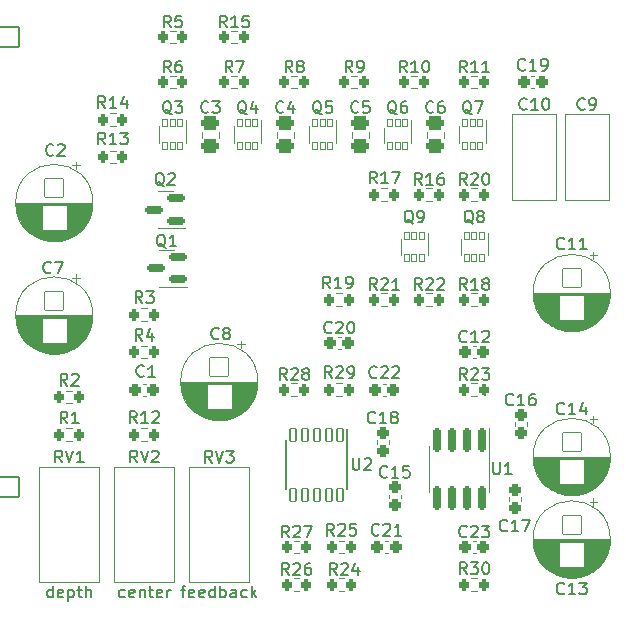
<source format=gbr>
%TF.GenerationSoftware,KiCad,Pcbnew,6.0.7-f9a2dced07~116~ubuntu22.04.1*%
%TF.CreationDate,2022-07-29T17:46:26-04:00*%
%TF.ProjectId,minimoog_LPF,6d696e69-6d6f-46f6-975f-4c50462e6b69,0.1*%
%TF.SameCoordinates,Original*%
%TF.FileFunction,Legend,Top*%
%TF.FilePolarity,Positive*%
%FSLAX46Y46*%
G04 Gerber Fmt 4.6, Leading zero omitted, Abs format (unit mm)*
G04 Created by KiCad (PCBNEW 6.0.7-f9a2dced07~116~ubuntu22.04.1) date 2022-07-29 17:46:26*
%MOMM*%
%LPD*%
G01*
G04 APERTURE LIST*
G04 Aperture macros list*
%AMRoundRect*
0 Rectangle with rounded corners*
0 $1 Rounding radius*
0 $2 $3 $4 $5 $6 $7 $8 $9 X,Y pos of 4 corners*
0 Add a 4 corners polygon primitive as box body*
4,1,4,$2,$3,$4,$5,$6,$7,$8,$9,$2,$3,0*
0 Add four circle primitives for the rounded corners*
1,1,$1+$1,$2,$3*
1,1,$1+$1,$4,$5*
1,1,$1+$1,$6,$7*
1,1,$1+$1,$8,$9*
0 Add four rect primitives between the rounded corners*
20,1,$1+$1,$2,$3,$4,$5,0*
20,1,$1+$1,$4,$5,$6,$7,0*
20,1,$1+$1,$6,$7,$8,$9,0*
20,1,$1+$1,$8,$9,$2,$3,0*%
G04 Aperture macros list end*
%ADD10C,0.150000*%
%ADD11C,0.120000*%
%ADD12RoundRect,0.051000X-0.800000X0.800000X-0.800000X-0.800000X0.800000X-0.800000X0.800000X0.800000X0*%
%ADD13C,1.702000*%
%ADD14RoundRect,0.276000X-0.250000X0.225000X-0.250000X-0.225000X0.250000X-0.225000X0.250000X0.225000X0*%
%ADD15RoundRect,0.276000X0.225000X0.250000X-0.225000X0.250000X-0.225000X-0.250000X0.225000X-0.250000X0*%
%ADD16RoundRect,0.251000X-0.200000X-0.275000X0.200000X-0.275000X0.200000X0.275000X-0.200000X0.275000X0*%
%ADD17RoundRect,0.051000X-0.200000X0.325000X-0.200000X-0.325000X0.200000X-0.325000X0.200000X0.325000X0*%
%ADD18RoundRect,0.251000X0.200000X0.275000X-0.200000X0.275000X-0.200000X-0.275000X0.200000X-0.275000X0*%
%ADD19RoundRect,0.201000X-0.150000X0.825000X-0.150000X-0.825000X0.150000X-0.825000X0.150000X0.825000X0*%
%ADD20C,1.542000*%
%ADD21RoundRect,0.276000X-0.225000X-0.250000X0.225000X-0.250000X0.225000X0.250000X-0.225000X0.250000X0*%
%ADD22RoundRect,0.301000X-0.475000X0.250000X-0.475000X-0.250000X0.475000X-0.250000X0.475000X0.250000X0*%
%ADD23RoundRect,0.201000X0.587500X0.150000X-0.587500X0.150000X-0.587500X-0.150000X0.587500X-0.150000X0*%
%ADD24RoundRect,0.301000X0.475000X-0.250000X0.475000X0.250000X-0.475000X0.250000X-0.475000X-0.250000X0*%
%ADD25RoundRect,0.051000X-0.255000X0.550000X-0.255000X-0.550000X0.255000X-0.550000X0.255000X0.550000X0*%
%ADD26RoundRect,0.051000X0.850000X0.850000X-0.850000X0.850000X-0.850000X-0.850000X0.850000X-0.850000X0*%
%ADD27O,1.802000X1.802000*%
%ADD28C,0.902000*%
G04 APERTURE END LIST*
D10*
X132318333Y-123594761D02*
X132223095Y-123642380D01*
X132032619Y-123642380D01*
X131937380Y-123594761D01*
X131889761Y-123547142D01*
X131842142Y-123451904D01*
X131842142Y-123166190D01*
X131889761Y-123070952D01*
X131937380Y-123023333D01*
X132032619Y-122975714D01*
X132223095Y-122975714D01*
X132318333Y-123023333D01*
X133127857Y-123594761D02*
X133032619Y-123642380D01*
X132842142Y-123642380D01*
X132746904Y-123594761D01*
X132699285Y-123499523D01*
X132699285Y-123118571D01*
X132746904Y-123023333D01*
X132842142Y-122975714D01*
X133032619Y-122975714D01*
X133127857Y-123023333D01*
X133175476Y-123118571D01*
X133175476Y-123213809D01*
X132699285Y-123309047D01*
X133604047Y-122975714D02*
X133604047Y-123642380D01*
X133604047Y-123070952D02*
X133651666Y-123023333D01*
X133746904Y-122975714D01*
X133889761Y-122975714D01*
X133985000Y-123023333D01*
X134032619Y-123118571D01*
X134032619Y-123642380D01*
X134365952Y-122975714D02*
X134746904Y-122975714D01*
X134508809Y-122642380D02*
X134508809Y-123499523D01*
X134556428Y-123594761D01*
X134651666Y-123642380D01*
X134746904Y-123642380D01*
X135461190Y-123594761D02*
X135365952Y-123642380D01*
X135175476Y-123642380D01*
X135080238Y-123594761D01*
X135032619Y-123499523D01*
X135032619Y-123118571D01*
X135080238Y-123023333D01*
X135175476Y-122975714D01*
X135365952Y-122975714D01*
X135461190Y-123023333D01*
X135508809Y-123118571D01*
X135508809Y-123213809D01*
X135032619Y-123309047D01*
X135937380Y-123642380D02*
X135937380Y-122975714D01*
X135937380Y-123166190D02*
X135985000Y-123070952D01*
X136032619Y-123023333D01*
X136127857Y-122975714D01*
X136223095Y-122975714D01*
X126230238Y-123642380D02*
X126230238Y-122642380D01*
X126230238Y-123594761D02*
X126135000Y-123642380D01*
X125944523Y-123642380D01*
X125849285Y-123594761D01*
X125801666Y-123547142D01*
X125754047Y-123451904D01*
X125754047Y-123166190D01*
X125801666Y-123070952D01*
X125849285Y-123023333D01*
X125944523Y-122975714D01*
X126135000Y-122975714D01*
X126230238Y-123023333D01*
X127087380Y-123594761D02*
X126992142Y-123642380D01*
X126801666Y-123642380D01*
X126706428Y-123594761D01*
X126658809Y-123499523D01*
X126658809Y-123118571D01*
X126706428Y-123023333D01*
X126801666Y-122975714D01*
X126992142Y-122975714D01*
X127087380Y-123023333D01*
X127135000Y-123118571D01*
X127135000Y-123213809D01*
X126658809Y-123309047D01*
X127563571Y-122975714D02*
X127563571Y-123975714D01*
X127563571Y-123023333D02*
X127658809Y-122975714D01*
X127849285Y-122975714D01*
X127944523Y-123023333D01*
X127992142Y-123070952D01*
X128039761Y-123166190D01*
X128039761Y-123451904D01*
X127992142Y-123547142D01*
X127944523Y-123594761D01*
X127849285Y-123642380D01*
X127658809Y-123642380D01*
X127563571Y-123594761D01*
X128325476Y-122975714D02*
X128706428Y-122975714D01*
X128468333Y-122642380D02*
X128468333Y-123499523D01*
X128515952Y-123594761D01*
X128611190Y-123642380D01*
X128706428Y-123642380D01*
X129039761Y-123642380D02*
X129039761Y-122642380D01*
X129468333Y-123642380D02*
X129468333Y-123118571D01*
X129420714Y-123023333D01*
X129325476Y-122975714D01*
X129182619Y-122975714D01*
X129087380Y-123023333D01*
X129039761Y-123070952D01*
X137096904Y-122975714D02*
X137477857Y-122975714D01*
X137239761Y-123642380D02*
X137239761Y-122785238D01*
X137287380Y-122690000D01*
X137382619Y-122642380D01*
X137477857Y-122642380D01*
X138192142Y-123594761D02*
X138096904Y-123642380D01*
X137906428Y-123642380D01*
X137811190Y-123594761D01*
X137763571Y-123499523D01*
X137763571Y-123118571D01*
X137811190Y-123023333D01*
X137906428Y-122975714D01*
X138096904Y-122975714D01*
X138192142Y-123023333D01*
X138239761Y-123118571D01*
X138239761Y-123213809D01*
X137763571Y-123309047D01*
X139049285Y-123594761D02*
X138954047Y-123642380D01*
X138763571Y-123642380D01*
X138668333Y-123594761D01*
X138620714Y-123499523D01*
X138620714Y-123118571D01*
X138668333Y-123023333D01*
X138763571Y-122975714D01*
X138954047Y-122975714D01*
X139049285Y-123023333D01*
X139096904Y-123118571D01*
X139096904Y-123213809D01*
X138620714Y-123309047D01*
X139954047Y-123642380D02*
X139954047Y-122642380D01*
X139954047Y-123594761D02*
X139858809Y-123642380D01*
X139668333Y-123642380D01*
X139573095Y-123594761D01*
X139525476Y-123547142D01*
X139477857Y-123451904D01*
X139477857Y-123166190D01*
X139525476Y-123070952D01*
X139573095Y-123023333D01*
X139668333Y-122975714D01*
X139858809Y-122975714D01*
X139954047Y-123023333D01*
X140430238Y-123642380D02*
X140430238Y-122642380D01*
X140430238Y-123023333D02*
X140525476Y-122975714D01*
X140715952Y-122975714D01*
X140811190Y-123023333D01*
X140858809Y-123070952D01*
X140906428Y-123166190D01*
X140906428Y-123451904D01*
X140858809Y-123547142D01*
X140811190Y-123594761D01*
X140715952Y-123642380D01*
X140525476Y-123642380D01*
X140430238Y-123594761D01*
X141763571Y-123642380D02*
X141763571Y-123118571D01*
X141715952Y-123023333D01*
X141620714Y-122975714D01*
X141430238Y-122975714D01*
X141335000Y-123023333D01*
X141763571Y-123594761D02*
X141668333Y-123642380D01*
X141430238Y-123642380D01*
X141335000Y-123594761D01*
X141287380Y-123499523D01*
X141287380Y-123404285D01*
X141335000Y-123309047D01*
X141430238Y-123261428D01*
X141668333Y-123261428D01*
X141763571Y-123213809D01*
X142668333Y-123594761D02*
X142573095Y-123642380D01*
X142382619Y-123642380D01*
X142287380Y-123594761D01*
X142239761Y-123547142D01*
X142192142Y-123451904D01*
X142192142Y-123166190D01*
X142239761Y-123070952D01*
X142287380Y-123023333D01*
X142382619Y-122975714D01*
X142573095Y-122975714D01*
X142668333Y-123023333D01*
X143096904Y-123642380D02*
X143096904Y-122642380D01*
X143192142Y-123261428D02*
X143477857Y-123642380D01*
X143477857Y-122975714D02*
X143096904Y-123356666D01*
%TO.C,C8*%
X140295333Y-101703142D02*
X140247714Y-101750761D01*
X140104857Y-101798380D01*
X140009619Y-101798380D01*
X139866761Y-101750761D01*
X139771523Y-101655523D01*
X139723904Y-101560285D01*
X139676285Y-101369809D01*
X139676285Y-101226952D01*
X139723904Y-101036476D01*
X139771523Y-100941238D01*
X139866761Y-100846000D01*
X140009619Y-100798380D01*
X140104857Y-100798380D01*
X140247714Y-100846000D01*
X140295333Y-100893619D01*
X140866761Y-101226952D02*
X140771523Y-101179333D01*
X140723904Y-101131714D01*
X140676285Y-101036476D01*
X140676285Y-100988857D01*
X140723904Y-100893619D01*
X140771523Y-100846000D01*
X140866761Y-100798380D01*
X141057238Y-100798380D01*
X141152476Y-100846000D01*
X141200095Y-100893619D01*
X141247714Y-100988857D01*
X141247714Y-101036476D01*
X141200095Y-101131714D01*
X141152476Y-101179333D01*
X141057238Y-101226952D01*
X140866761Y-101226952D01*
X140771523Y-101274571D01*
X140723904Y-101322190D01*
X140676285Y-101417428D01*
X140676285Y-101607904D01*
X140723904Y-101703142D01*
X140771523Y-101750761D01*
X140866761Y-101798380D01*
X141057238Y-101798380D01*
X141152476Y-101750761D01*
X141200095Y-101703142D01*
X141247714Y-101607904D01*
X141247714Y-101417428D01*
X141200095Y-101322190D01*
X141152476Y-101274571D01*
X141057238Y-101226952D01*
%TO.C,C16*%
X165219142Y-107291142D02*
X165171523Y-107338761D01*
X165028666Y-107386380D01*
X164933428Y-107386380D01*
X164790571Y-107338761D01*
X164695333Y-107243523D01*
X164647714Y-107148285D01*
X164600095Y-106957809D01*
X164600095Y-106814952D01*
X164647714Y-106624476D01*
X164695333Y-106529238D01*
X164790571Y-106434000D01*
X164933428Y-106386380D01*
X165028666Y-106386380D01*
X165171523Y-106434000D01*
X165219142Y-106481619D01*
X166171523Y-107386380D02*
X165600095Y-107386380D01*
X165885809Y-107386380D02*
X165885809Y-106386380D01*
X165790571Y-106529238D01*
X165695333Y-106624476D01*
X165600095Y-106672095D01*
X167028666Y-106386380D02*
X166838190Y-106386380D01*
X166742952Y-106434000D01*
X166695333Y-106481619D01*
X166600095Y-106624476D01*
X166552476Y-106814952D01*
X166552476Y-107195904D01*
X166600095Y-107291142D01*
X166647714Y-107338761D01*
X166742952Y-107386380D01*
X166933428Y-107386380D01*
X167028666Y-107338761D01*
X167076285Y-107291142D01*
X167123904Y-107195904D01*
X167123904Y-106957809D01*
X167076285Y-106862571D01*
X167028666Y-106814952D01*
X166933428Y-106767333D01*
X166742952Y-106767333D01*
X166647714Y-106814952D01*
X166600095Y-106862571D01*
X166552476Y-106957809D01*
%TO.C,C23*%
X161282142Y-118467142D02*
X161234523Y-118514761D01*
X161091666Y-118562380D01*
X160996428Y-118562380D01*
X160853571Y-118514761D01*
X160758333Y-118419523D01*
X160710714Y-118324285D01*
X160663095Y-118133809D01*
X160663095Y-117990952D01*
X160710714Y-117800476D01*
X160758333Y-117705238D01*
X160853571Y-117610000D01*
X160996428Y-117562380D01*
X161091666Y-117562380D01*
X161234523Y-117610000D01*
X161282142Y-117657619D01*
X161663095Y-117657619D02*
X161710714Y-117610000D01*
X161805952Y-117562380D01*
X162044047Y-117562380D01*
X162139285Y-117610000D01*
X162186904Y-117657619D01*
X162234523Y-117752857D01*
X162234523Y-117848095D01*
X162186904Y-117990952D01*
X161615476Y-118562380D01*
X162234523Y-118562380D01*
X162567857Y-117562380D02*
X163186904Y-117562380D01*
X162853571Y-117943333D01*
X162996428Y-117943333D01*
X163091666Y-117990952D01*
X163139285Y-118038571D01*
X163186904Y-118133809D01*
X163186904Y-118371904D01*
X163139285Y-118467142D01*
X163091666Y-118514761D01*
X162996428Y-118562380D01*
X162710714Y-118562380D01*
X162615476Y-118514761D01*
X162567857Y-118467142D01*
%TO.C,R2*%
X127468333Y-105702380D02*
X127135000Y-105226190D01*
X126896904Y-105702380D02*
X126896904Y-104702380D01*
X127277857Y-104702380D01*
X127373095Y-104750000D01*
X127420714Y-104797619D01*
X127468333Y-104892857D01*
X127468333Y-105035714D01*
X127420714Y-105130952D01*
X127373095Y-105178571D01*
X127277857Y-105226190D01*
X126896904Y-105226190D01*
X127849285Y-104797619D02*
X127896904Y-104750000D01*
X127992142Y-104702380D01*
X128230238Y-104702380D01*
X128325476Y-104750000D01*
X128373095Y-104797619D01*
X128420714Y-104892857D01*
X128420714Y-104988095D01*
X128373095Y-105130952D01*
X127801666Y-105702380D01*
X128420714Y-105702380D01*
%TO.C,Q9*%
X156749761Y-91987619D02*
X156654523Y-91940000D01*
X156559285Y-91844761D01*
X156416428Y-91701904D01*
X156321190Y-91654285D01*
X156225952Y-91654285D01*
X156273571Y-91892380D02*
X156178333Y-91844761D01*
X156083095Y-91749523D01*
X156035476Y-91559047D01*
X156035476Y-91225714D01*
X156083095Y-91035238D01*
X156178333Y-90940000D01*
X156273571Y-90892380D01*
X156464047Y-90892380D01*
X156559285Y-90940000D01*
X156654523Y-91035238D01*
X156702142Y-91225714D01*
X156702142Y-91559047D01*
X156654523Y-91749523D01*
X156559285Y-91844761D01*
X156464047Y-91892380D01*
X156273571Y-91892380D01*
X157178333Y-91892380D02*
X157368809Y-91892380D01*
X157464047Y-91844761D01*
X157511666Y-91797142D01*
X157606904Y-91654285D01*
X157654523Y-91463809D01*
X157654523Y-91082857D01*
X157606904Y-90987619D01*
X157559285Y-90940000D01*
X157464047Y-90892380D01*
X157273571Y-90892380D01*
X157178333Y-90940000D01*
X157130714Y-90987619D01*
X157083095Y-91082857D01*
X157083095Y-91320952D01*
X157130714Y-91416190D01*
X157178333Y-91463809D01*
X157273571Y-91511428D01*
X157464047Y-91511428D01*
X157559285Y-91463809D01*
X157606904Y-91416190D01*
X157654523Y-91320952D01*
%TO.C,C11*%
X169537142Y-94083142D02*
X169489523Y-94130761D01*
X169346666Y-94178380D01*
X169251428Y-94178380D01*
X169108571Y-94130761D01*
X169013333Y-94035523D01*
X168965714Y-93940285D01*
X168918095Y-93749809D01*
X168918095Y-93606952D01*
X168965714Y-93416476D01*
X169013333Y-93321238D01*
X169108571Y-93226000D01*
X169251428Y-93178380D01*
X169346666Y-93178380D01*
X169489523Y-93226000D01*
X169537142Y-93273619D01*
X170489523Y-94178380D02*
X169918095Y-94178380D01*
X170203809Y-94178380D02*
X170203809Y-93178380D01*
X170108571Y-93321238D01*
X170013333Y-93416476D01*
X169918095Y-93464095D01*
X171441904Y-94178380D02*
X170870476Y-94178380D01*
X171156190Y-94178380D02*
X171156190Y-93178380D01*
X171060952Y-93321238D01*
X170965714Y-93416476D01*
X170870476Y-93464095D01*
%TO.C,R7*%
X141438333Y-79192380D02*
X141105000Y-78716190D01*
X140866904Y-79192380D02*
X140866904Y-78192380D01*
X141247857Y-78192380D01*
X141343095Y-78240000D01*
X141390714Y-78287619D01*
X141438333Y-78382857D01*
X141438333Y-78525714D01*
X141390714Y-78620952D01*
X141343095Y-78668571D01*
X141247857Y-78716190D01*
X140866904Y-78716190D01*
X141771666Y-78192380D02*
X142438333Y-78192380D01*
X142009761Y-79192380D01*
%TO.C,U1*%
X163518095Y-112197380D02*
X163518095Y-113006904D01*
X163565714Y-113102142D01*
X163613333Y-113149761D01*
X163708571Y-113197380D01*
X163899047Y-113197380D01*
X163994285Y-113149761D01*
X164041904Y-113102142D01*
X164089523Y-113006904D01*
X164089523Y-112197380D01*
X165089523Y-113197380D02*
X164518095Y-113197380D01*
X164803809Y-113197380D02*
X164803809Y-112197380D01*
X164708571Y-112340238D01*
X164613333Y-112435476D01*
X164518095Y-112483095D01*
%TO.C,Q5*%
X149002761Y-82716619D02*
X148907523Y-82669000D01*
X148812285Y-82573761D01*
X148669428Y-82430904D01*
X148574190Y-82383285D01*
X148478952Y-82383285D01*
X148526571Y-82621380D02*
X148431333Y-82573761D01*
X148336095Y-82478523D01*
X148288476Y-82288047D01*
X148288476Y-81954714D01*
X148336095Y-81764238D01*
X148431333Y-81669000D01*
X148526571Y-81621380D01*
X148717047Y-81621380D01*
X148812285Y-81669000D01*
X148907523Y-81764238D01*
X148955142Y-81954714D01*
X148955142Y-82288047D01*
X148907523Y-82478523D01*
X148812285Y-82573761D01*
X148717047Y-82621380D01*
X148526571Y-82621380D01*
X149859904Y-81621380D02*
X149383714Y-81621380D01*
X149336095Y-82097571D01*
X149383714Y-82049952D01*
X149478952Y-82002333D01*
X149717047Y-82002333D01*
X149812285Y-82049952D01*
X149859904Y-82097571D01*
X149907523Y-82192809D01*
X149907523Y-82430904D01*
X149859904Y-82526142D01*
X149812285Y-82573761D01*
X149717047Y-82621380D01*
X149478952Y-82621380D01*
X149383714Y-82573761D01*
X149336095Y-82526142D01*
%TO.C,C7*%
X126071333Y-96115142D02*
X126023714Y-96162761D01*
X125880857Y-96210380D01*
X125785619Y-96210380D01*
X125642761Y-96162761D01*
X125547523Y-96067523D01*
X125499904Y-95972285D01*
X125452285Y-95781809D01*
X125452285Y-95638952D01*
X125499904Y-95448476D01*
X125547523Y-95353238D01*
X125642761Y-95258000D01*
X125785619Y-95210380D01*
X125880857Y-95210380D01*
X126023714Y-95258000D01*
X126071333Y-95305619D01*
X126404666Y-95210380D02*
X127071333Y-95210380D01*
X126642761Y-96210380D01*
%TO.C,C17*%
X164711142Y-117959142D02*
X164663523Y-118006761D01*
X164520666Y-118054380D01*
X164425428Y-118054380D01*
X164282571Y-118006761D01*
X164187333Y-117911523D01*
X164139714Y-117816285D01*
X164092095Y-117625809D01*
X164092095Y-117482952D01*
X164139714Y-117292476D01*
X164187333Y-117197238D01*
X164282571Y-117102000D01*
X164425428Y-117054380D01*
X164520666Y-117054380D01*
X164663523Y-117102000D01*
X164711142Y-117149619D01*
X165663523Y-118054380D02*
X165092095Y-118054380D01*
X165377809Y-118054380D02*
X165377809Y-117054380D01*
X165282571Y-117197238D01*
X165187333Y-117292476D01*
X165092095Y-117340095D01*
X165996857Y-117054380D02*
X166663523Y-117054380D01*
X166234952Y-118054380D01*
%TO.C,R16*%
X157472142Y-88717380D02*
X157138809Y-88241190D01*
X156900714Y-88717380D02*
X156900714Y-87717380D01*
X157281666Y-87717380D01*
X157376904Y-87765000D01*
X157424523Y-87812619D01*
X157472142Y-87907857D01*
X157472142Y-88050714D01*
X157424523Y-88145952D01*
X157376904Y-88193571D01*
X157281666Y-88241190D01*
X156900714Y-88241190D01*
X158424523Y-88717380D02*
X157853095Y-88717380D01*
X158138809Y-88717380D02*
X158138809Y-87717380D01*
X158043571Y-87860238D01*
X157948333Y-87955476D01*
X157853095Y-88003095D01*
X159281666Y-87717380D02*
X159091190Y-87717380D01*
X158995952Y-87765000D01*
X158948333Y-87812619D01*
X158853095Y-87955476D01*
X158805476Y-88145952D01*
X158805476Y-88526904D01*
X158853095Y-88622142D01*
X158900714Y-88669761D01*
X158995952Y-88717380D01*
X159186428Y-88717380D01*
X159281666Y-88669761D01*
X159329285Y-88622142D01*
X159376904Y-88526904D01*
X159376904Y-88288809D01*
X159329285Y-88193571D01*
X159281666Y-88145952D01*
X159186428Y-88098333D01*
X158995952Y-88098333D01*
X158900714Y-88145952D01*
X158853095Y-88193571D01*
X158805476Y-88288809D01*
%TO.C,RV1*%
X127034761Y-112212380D02*
X126701428Y-111736190D01*
X126463333Y-112212380D02*
X126463333Y-111212380D01*
X126844285Y-111212380D01*
X126939523Y-111260000D01*
X126987142Y-111307619D01*
X127034761Y-111402857D01*
X127034761Y-111545714D01*
X126987142Y-111640952D01*
X126939523Y-111688571D01*
X126844285Y-111736190D01*
X126463333Y-111736190D01*
X127320476Y-111212380D02*
X127653809Y-112212380D01*
X127987142Y-111212380D01*
X128844285Y-112212380D02*
X128272857Y-112212380D01*
X128558571Y-112212380D02*
X128558571Y-111212380D01*
X128463333Y-111355238D01*
X128368095Y-111450476D01*
X128272857Y-111498095D01*
%TO.C,R4*%
X133818333Y-101892380D02*
X133485000Y-101416190D01*
X133246904Y-101892380D02*
X133246904Y-100892380D01*
X133627857Y-100892380D01*
X133723095Y-100940000D01*
X133770714Y-100987619D01*
X133818333Y-101082857D01*
X133818333Y-101225714D01*
X133770714Y-101320952D01*
X133723095Y-101368571D01*
X133627857Y-101416190D01*
X133246904Y-101416190D01*
X134675476Y-101225714D02*
X134675476Y-101892380D01*
X134437380Y-100844761D02*
X134199285Y-101559047D01*
X134818333Y-101559047D01*
%TO.C,C18*%
X153535142Y-108815142D02*
X153487523Y-108862761D01*
X153344666Y-108910380D01*
X153249428Y-108910380D01*
X153106571Y-108862761D01*
X153011333Y-108767523D01*
X152963714Y-108672285D01*
X152916095Y-108481809D01*
X152916095Y-108338952D01*
X152963714Y-108148476D01*
X153011333Y-108053238D01*
X153106571Y-107958000D01*
X153249428Y-107910380D01*
X153344666Y-107910380D01*
X153487523Y-107958000D01*
X153535142Y-108005619D01*
X154487523Y-108910380D02*
X153916095Y-108910380D01*
X154201809Y-108910380D02*
X154201809Y-107910380D01*
X154106571Y-108053238D01*
X154011333Y-108148476D01*
X153916095Y-108196095D01*
X155058952Y-108338952D02*
X154963714Y-108291333D01*
X154916095Y-108243714D01*
X154868476Y-108148476D01*
X154868476Y-108100857D01*
X154916095Y-108005619D01*
X154963714Y-107958000D01*
X155058952Y-107910380D01*
X155249428Y-107910380D01*
X155344666Y-107958000D01*
X155392285Y-108005619D01*
X155439904Y-108100857D01*
X155439904Y-108148476D01*
X155392285Y-108243714D01*
X155344666Y-108291333D01*
X155249428Y-108338952D01*
X155058952Y-108338952D01*
X154963714Y-108386571D01*
X154916095Y-108434190D01*
X154868476Y-108529428D01*
X154868476Y-108719904D01*
X154916095Y-108815142D01*
X154963714Y-108862761D01*
X155058952Y-108910380D01*
X155249428Y-108910380D01*
X155344666Y-108862761D01*
X155392285Y-108815142D01*
X155439904Y-108719904D01*
X155439904Y-108529428D01*
X155392285Y-108434190D01*
X155344666Y-108386571D01*
X155249428Y-108338952D01*
%TO.C,R22*%
X157472142Y-97607380D02*
X157138809Y-97131190D01*
X156900714Y-97607380D02*
X156900714Y-96607380D01*
X157281666Y-96607380D01*
X157376904Y-96655000D01*
X157424523Y-96702619D01*
X157472142Y-96797857D01*
X157472142Y-96940714D01*
X157424523Y-97035952D01*
X157376904Y-97083571D01*
X157281666Y-97131190D01*
X156900714Y-97131190D01*
X157853095Y-96702619D02*
X157900714Y-96655000D01*
X157995952Y-96607380D01*
X158234047Y-96607380D01*
X158329285Y-96655000D01*
X158376904Y-96702619D01*
X158424523Y-96797857D01*
X158424523Y-96893095D01*
X158376904Y-97035952D01*
X157805476Y-97607380D01*
X158424523Y-97607380D01*
X158805476Y-96702619D02*
X158853095Y-96655000D01*
X158948333Y-96607380D01*
X159186428Y-96607380D01*
X159281666Y-96655000D01*
X159329285Y-96702619D01*
X159376904Y-96797857D01*
X159376904Y-96893095D01*
X159329285Y-97035952D01*
X158757857Y-97607380D01*
X159376904Y-97607380D01*
%TO.C,C9*%
X171283333Y-82272142D02*
X171235714Y-82319761D01*
X171092857Y-82367380D01*
X170997619Y-82367380D01*
X170854761Y-82319761D01*
X170759523Y-82224523D01*
X170711904Y-82129285D01*
X170664285Y-81938809D01*
X170664285Y-81795952D01*
X170711904Y-81605476D01*
X170759523Y-81510238D01*
X170854761Y-81415000D01*
X170997619Y-81367380D01*
X171092857Y-81367380D01*
X171235714Y-81415000D01*
X171283333Y-81462619D01*
X171759523Y-82367380D02*
X171950000Y-82367380D01*
X172045238Y-82319761D01*
X172092857Y-82272142D01*
X172188095Y-82129285D01*
X172235714Y-81938809D01*
X172235714Y-81557857D01*
X172188095Y-81462619D01*
X172140476Y-81415000D01*
X172045238Y-81367380D01*
X171854761Y-81367380D01*
X171759523Y-81415000D01*
X171711904Y-81462619D01*
X171664285Y-81557857D01*
X171664285Y-81795952D01*
X171711904Y-81891190D01*
X171759523Y-81938809D01*
X171854761Y-81986428D01*
X172045238Y-81986428D01*
X172140476Y-81938809D01*
X172188095Y-81891190D01*
X172235714Y-81795952D01*
%TO.C,C2*%
X126285954Y-86169763D02*
X126238335Y-86217382D01*
X126095478Y-86265001D01*
X126000240Y-86265001D01*
X125857382Y-86217382D01*
X125762144Y-86122144D01*
X125714525Y-86026906D01*
X125666906Y-85836430D01*
X125666906Y-85693573D01*
X125714525Y-85503097D01*
X125762144Y-85407859D01*
X125857382Y-85312621D01*
X126000240Y-85265001D01*
X126095478Y-85265001D01*
X126238335Y-85312621D01*
X126285954Y-85360240D01*
X126666906Y-85360240D02*
X126714525Y-85312621D01*
X126809763Y-85265001D01*
X127047859Y-85265001D01*
X127143097Y-85312621D01*
X127190716Y-85360240D01*
X127238335Y-85455478D01*
X127238335Y-85550716D01*
X127190716Y-85693573D01*
X126619287Y-86265001D01*
X127238335Y-86265001D01*
%TO.C,C22*%
X153662142Y-104972142D02*
X153614523Y-105019761D01*
X153471666Y-105067380D01*
X153376428Y-105067380D01*
X153233571Y-105019761D01*
X153138333Y-104924523D01*
X153090714Y-104829285D01*
X153043095Y-104638809D01*
X153043095Y-104495952D01*
X153090714Y-104305476D01*
X153138333Y-104210238D01*
X153233571Y-104115000D01*
X153376428Y-104067380D01*
X153471666Y-104067380D01*
X153614523Y-104115000D01*
X153662142Y-104162619D01*
X154043095Y-104162619D02*
X154090714Y-104115000D01*
X154185952Y-104067380D01*
X154424047Y-104067380D01*
X154519285Y-104115000D01*
X154566904Y-104162619D01*
X154614523Y-104257857D01*
X154614523Y-104353095D01*
X154566904Y-104495952D01*
X153995476Y-105067380D01*
X154614523Y-105067380D01*
X154995476Y-104162619D02*
X155043095Y-104115000D01*
X155138333Y-104067380D01*
X155376428Y-104067380D01*
X155471666Y-104115000D01*
X155519285Y-104162619D01*
X155566904Y-104257857D01*
X155566904Y-104353095D01*
X155519285Y-104495952D01*
X154947857Y-105067380D01*
X155566904Y-105067380D01*
%TO.C,R18*%
X161282142Y-97607380D02*
X160948809Y-97131190D01*
X160710714Y-97607380D02*
X160710714Y-96607380D01*
X161091666Y-96607380D01*
X161186904Y-96655000D01*
X161234523Y-96702619D01*
X161282142Y-96797857D01*
X161282142Y-96940714D01*
X161234523Y-97035952D01*
X161186904Y-97083571D01*
X161091666Y-97131190D01*
X160710714Y-97131190D01*
X162234523Y-97607380D02*
X161663095Y-97607380D01*
X161948809Y-97607380D02*
X161948809Y-96607380D01*
X161853571Y-96750238D01*
X161758333Y-96845476D01*
X161663095Y-96893095D01*
X162805952Y-97035952D02*
X162710714Y-96988333D01*
X162663095Y-96940714D01*
X162615476Y-96845476D01*
X162615476Y-96797857D01*
X162663095Y-96702619D01*
X162710714Y-96655000D01*
X162805952Y-96607380D01*
X162996428Y-96607380D01*
X163091666Y-96655000D01*
X163139285Y-96702619D01*
X163186904Y-96797857D01*
X163186904Y-96845476D01*
X163139285Y-96940714D01*
X163091666Y-96988333D01*
X162996428Y-97035952D01*
X162805952Y-97035952D01*
X162710714Y-97083571D01*
X162663095Y-97131190D01*
X162615476Y-97226428D01*
X162615476Y-97416904D01*
X162663095Y-97512142D01*
X162710714Y-97559761D01*
X162805952Y-97607380D01*
X162996428Y-97607380D01*
X163091666Y-97559761D01*
X163139285Y-97512142D01*
X163186904Y-97416904D01*
X163186904Y-97226428D01*
X163139285Y-97131190D01*
X163091666Y-97083571D01*
X162996428Y-97035952D01*
%TO.C,Q4*%
X142652761Y-82716619D02*
X142557523Y-82669000D01*
X142462285Y-82573761D01*
X142319428Y-82430904D01*
X142224190Y-82383285D01*
X142128952Y-82383285D01*
X142176571Y-82621380D02*
X142081333Y-82573761D01*
X141986095Y-82478523D01*
X141938476Y-82288047D01*
X141938476Y-81954714D01*
X141986095Y-81764238D01*
X142081333Y-81669000D01*
X142176571Y-81621380D01*
X142367047Y-81621380D01*
X142462285Y-81669000D01*
X142557523Y-81764238D01*
X142605142Y-81954714D01*
X142605142Y-82288047D01*
X142557523Y-82478523D01*
X142462285Y-82573761D01*
X142367047Y-82621380D01*
X142176571Y-82621380D01*
X143462285Y-81954714D02*
X143462285Y-82621380D01*
X143224190Y-81573761D02*
X142986095Y-82288047D01*
X143605142Y-82288047D01*
%TO.C,R20*%
X161282142Y-88717380D02*
X160948809Y-88241190D01*
X160710714Y-88717380D02*
X160710714Y-87717380D01*
X161091666Y-87717380D01*
X161186904Y-87765000D01*
X161234523Y-87812619D01*
X161282142Y-87907857D01*
X161282142Y-88050714D01*
X161234523Y-88145952D01*
X161186904Y-88193571D01*
X161091666Y-88241190D01*
X160710714Y-88241190D01*
X161663095Y-87812619D02*
X161710714Y-87765000D01*
X161805952Y-87717380D01*
X162044047Y-87717380D01*
X162139285Y-87765000D01*
X162186904Y-87812619D01*
X162234523Y-87907857D01*
X162234523Y-88003095D01*
X162186904Y-88145952D01*
X161615476Y-88717380D01*
X162234523Y-88717380D01*
X162853571Y-87717380D02*
X162948809Y-87717380D01*
X163044047Y-87765000D01*
X163091666Y-87812619D01*
X163139285Y-87907857D01*
X163186904Y-88098333D01*
X163186904Y-88336428D01*
X163139285Y-88526904D01*
X163091666Y-88622142D01*
X163044047Y-88669761D01*
X162948809Y-88717380D01*
X162853571Y-88717380D01*
X162758333Y-88669761D01*
X162710714Y-88622142D01*
X162663095Y-88526904D01*
X162615476Y-88336428D01*
X162615476Y-88098333D01*
X162663095Y-87907857D01*
X162710714Y-87812619D01*
X162758333Y-87765000D01*
X162853571Y-87717380D01*
%TO.C,C6*%
X158456333Y-82526142D02*
X158408714Y-82573761D01*
X158265857Y-82621380D01*
X158170619Y-82621380D01*
X158027761Y-82573761D01*
X157932523Y-82478523D01*
X157884904Y-82383285D01*
X157837285Y-82192809D01*
X157837285Y-82049952D01*
X157884904Y-81859476D01*
X157932523Y-81764238D01*
X158027761Y-81669000D01*
X158170619Y-81621380D01*
X158265857Y-81621380D01*
X158408714Y-81669000D01*
X158456333Y-81716619D01*
X159313476Y-81621380D02*
X159123000Y-81621380D01*
X159027761Y-81669000D01*
X158980142Y-81716619D01*
X158884904Y-81859476D01*
X158837285Y-82049952D01*
X158837285Y-82430904D01*
X158884904Y-82526142D01*
X158932523Y-82573761D01*
X159027761Y-82621380D01*
X159218238Y-82621380D01*
X159313476Y-82573761D01*
X159361095Y-82526142D01*
X159408714Y-82430904D01*
X159408714Y-82192809D01*
X159361095Y-82097571D01*
X159313476Y-82049952D01*
X159218238Y-82002333D01*
X159027761Y-82002333D01*
X158932523Y-82049952D01*
X158884904Y-82097571D01*
X158837285Y-82192809D01*
%TO.C,R30*%
X161282142Y-121661180D02*
X160948809Y-121184990D01*
X160710714Y-121661180D02*
X160710714Y-120661180D01*
X161091666Y-120661180D01*
X161186904Y-120708800D01*
X161234523Y-120756419D01*
X161282142Y-120851657D01*
X161282142Y-120994514D01*
X161234523Y-121089752D01*
X161186904Y-121137371D01*
X161091666Y-121184990D01*
X160710714Y-121184990D01*
X161615476Y-120661180D02*
X162234523Y-120661180D01*
X161901190Y-121042133D01*
X162044047Y-121042133D01*
X162139285Y-121089752D01*
X162186904Y-121137371D01*
X162234523Y-121232609D01*
X162234523Y-121470704D01*
X162186904Y-121565942D01*
X162139285Y-121613561D01*
X162044047Y-121661180D01*
X161758333Y-121661180D01*
X161663095Y-121613561D01*
X161615476Y-121565942D01*
X162853571Y-120661180D02*
X162948809Y-120661180D01*
X163044047Y-120708800D01*
X163091666Y-120756419D01*
X163139285Y-120851657D01*
X163186904Y-121042133D01*
X163186904Y-121280228D01*
X163139285Y-121470704D01*
X163091666Y-121565942D01*
X163044047Y-121613561D01*
X162948809Y-121661180D01*
X162853571Y-121661180D01*
X162758333Y-121613561D01*
X162710714Y-121565942D01*
X162663095Y-121470704D01*
X162615476Y-121280228D01*
X162615476Y-121042133D01*
X162663095Y-120851657D01*
X162710714Y-120756419D01*
X162758333Y-120708800D01*
X162853571Y-120661180D01*
%TO.C,R6*%
X136231333Y-79192380D02*
X135898000Y-78716190D01*
X135659904Y-79192380D02*
X135659904Y-78192380D01*
X136040857Y-78192380D01*
X136136095Y-78240000D01*
X136183714Y-78287619D01*
X136231333Y-78382857D01*
X136231333Y-78525714D01*
X136183714Y-78620952D01*
X136136095Y-78668571D01*
X136040857Y-78716190D01*
X135659904Y-78716190D01*
X137088476Y-78192380D02*
X136898000Y-78192380D01*
X136802761Y-78240000D01*
X136755142Y-78287619D01*
X136659904Y-78430476D01*
X136612285Y-78620952D01*
X136612285Y-79001904D01*
X136659904Y-79097142D01*
X136707523Y-79144761D01*
X136802761Y-79192380D01*
X136993238Y-79192380D01*
X137088476Y-79144761D01*
X137136095Y-79097142D01*
X137183714Y-79001904D01*
X137183714Y-78763809D01*
X137136095Y-78668571D01*
X137088476Y-78620952D01*
X136993238Y-78573333D01*
X136802761Y-78573333D01*
X136707523Y-78620952D01*
X136659904Y-78668571D01*
X136612285Y-78763809D01*
%TO.C,Q1*%
X135794761Y-94019619D02*
X135699523Y-93972000D01*
X135604285Y-93876761D01*
X135461428Y-93733904D01*
X135366190Y-93686285D01*
X135270952Y-93686285D01*
X135318571Y-93924380D02*
X135223333Y-93876761D01*
X135128095Y-93781523D01*
X135080476Y-93591047D01*
X135080476Y-93257714D01*
X135128095Y-93067238D01*
X135223333Y-92972000D01*
X135318571Y-92924380D01*
X135509047Y-92924380D01*
X135604285Y-92972000D01*
X135699523Y-93067238D01*
X135747142Y-93257714D01*
X135747142Y-93591047D01*
X135699523Y-93781523D01*
X135604285Y-93876761D01*
X135509047Y-93924380D01*
X135318571Y-93924380D01*
X136699523Y-93924380D02*
X136128095Y-93924380D01*
X136413809Y-93924380D02*
X136413809Y-92924380D01*
X136318571Y-93067238D01*
X136223333Y-93162476D01*
X136128095Y-93210095D01*
%TO.C,R28*%
X146042142Y-105227380D02*
X145708809Y-104751190D01*
X145470714Y-105227380D02*
X145470714Y-104227380D01*
X145851666Y-104227380D01*
X145946904Y-104275000D01*
X145994523Y-104322619D01*
X146042142Y-104417857D01*
X146042142Y-104560714D01*
X145994523Y-104655952D01*
X145946904Y-104703571D01*
X145851666Y-104751190D01*
X145470714Y-104751190D01*
X146423095Y-104322619D02*
X146470714Y-104275000D01*
X146565952Y-104227380D01*
X146804047Y-104227380D01*
X146899285Y-104275000D01*
X146946904Y-104322619D01*
X146994523Y-104417857D01*
X146994523Y-104513095D01*
X146946904Y-104655952D01*
X146375476Y-105227380D01*
X146994523Y-105227380D01*
X147565952Y-104655952D02*
X147470714Y-104608333D01*
X147423095Y-104560714D01*
X147375476Y-104465476D01*
X147375476Y-104417857D01*
X147423095Y-104322619D01*
X147470714Y-104275000D01*
X147565952Y-104227380D01*
X147756428Y-104227380D01*
X147851666Y-104275000D01*
X147899285Y-104322619D01*
X147946904Y-104417857D01*
X147946904Y-104465476D01*
X147899285Y-104560714D01*
X147851666Y-104608333D01*
X147756428Y-104655952D01*
X147565952Y-104655952D01*
X147470714Y-104703571D01*
X147423095Y-104751190D01*
X147375476Y-104846428D01*
X147375476Y-105036904D01*
X147423095Y-105132142D01*
X147470714Y-105179761D01*
X147565952Y-105227380D01*
X147756428Y-105227380D01*
X147851666Y-105179761D01*
X147899285Y-105132142D01*
X147946904Y-105036904D01*
X147946904Y-104846428D01*
X147899285Y-104751190D01*
X147851666Y-104703571D01*
X147756428Y-104655952D01*
%TO.C,C15*%
X154551142Y-113400142D02*
X154503523Y-113447761D01*
X154360666Y-113495380D01*
X154265428Y-113495380D01*
X154122571Y-113447761D01*
X154027333Y-113352523D01*
X153979714Y-113257285D01*
X153932095Y-113066809D01*
X153932095Y-112923952D01*
X153979714Y-112733476D01*
X154027333Y-112638238D01*
X154122571Y-112543000D01*
X154265428Y-112495380D01*
X154360666Y-112495380D01*
X154503523Y-112543000D01*
X154551142Y-112590619D01*
X155503523Y-113495380D02*
X154932095Y-113495380D01*
X155217809Y-113495380D02*
X155217809Y-112495380D01*
X155122571Y-112638238D01*
X155027333Y-112733476D01*
X154932095Y-112781095D01*
X156408285Y-112495380D02*
X155932095Y-112495380D01*
X155884476Y-112971571D01*
X155932095Y-112923952D01*
X156027333Y-112876333D01*
X156265428Y-112876333D01*
X156360666Y-112923952D01*
X156408285Y-112971571D01*
X156455904Y-113066809D01*
X156455904Y-113304904D01*
X156408285Y-113400142D01*
X156360666Y-113447761D01*
X156265428Y-113495380D01*
X156027333Y-113495380D01*
X155932095Y-113447761D01*
X155884476Y-113400142D01*
%TO.C,C13*%
X169537142Y-123293142D02*
X169489523Y-123340761D01*
X169346666Y-123388380D01*
X169251428Y-123388380D01*
X169108571Y-123340761D01*
X169013333Y-123245523D01*
X168965714Y-123150285D01*
X168918095Y-122959809D01*
X168918095Y-122816952D01*
X168965714Y-122626476D01*
X169013333Y-122531238D01*
X169108571Y-122436000D01*
X169251428Y-122388380D01*
X169346666Y-122388380D01*
X169489523Y-122436000D01*
X169537142Y-122483619D01*
X170489523Y-123388380D02*
X169918095Y-123388380D01*
X170203809Y-123388380D02*
X170203809Y-122388380D01*
X170108571Y-122531238D01*
X170013333Y-122626476D01*
X169918095Y-122674095D01*
X170822857Y-122388380D02*
X171441904Y-122388380D01*
X171108571Y-122769333D01*
X171251428Y-122769333D01*
X171346666Y-122816952D01*
X171394285Y-122864571D01*
X171441904Y-122959809D01*
X171441904Y-123197904D01*
X171394285Y-123293142D01*
X171346666Y-123340761D01*
X171251428Y-123388380D01*
X170965714Y-123388380D01*
X170870476Y-123340761D01*
X170822857Y-123293142D01*
%TO.C,C14*%
X169537142Y-108053142D02*
X169489523Y-108100761D01*
X169346666Y-108148380D01*
X169251428Y-108148380D01*
X169108571Y-108100761D01*
X169013333Y-108005523D01*
X168965714Y-107910285D01*
X168918095Y-107719809D01*
X168918095Y-107576952D01*
X168965714Y-107386476D01*
X169013333Y-107291238D01*
X169108571Y-107196000D01*
X169251428Y-107148380D01*
X169346666Y-107148380D01*
X169489523Y-107196000D01*
X169537142Y-107243619D01*
X170489523Y-108148380D02*
X169918095Y-108148380D01*
X170203809Y-108148380D02*
X170203809Y-107148380D01*
X170108571Y-107291238D01*
X170013333Y-107386476D01*
X169918095Y-107434095D01*
X171346666Y-107481714D02*
X171346666Y-108148380D01*
X171108571Y-107100761D02*
X170870476Y-107815047D01*
X171489523Y-107815047D01*
%TO.C,R1*%
X127468333Y-108910380D02*
X127135000Y-108434190D01*
X126896904Y-108910380D02*
X126896904Y-107910380D01*
X127277857Y-107910380D01*
X127373095Y-107958000D01*
X127420714Y-108005619D01*
X127468333Y-108100857D01*
X127468333Y-108243714D01*
X127420714Y-108338952D01*
X127373095Y-108386571D01*
X127277857Y-108434190D01*
X126896904Y-108434190D01*
X128420714Y-108910380D02*
X127849285Y-108910380D01*
X128135000Y-108910380D02*
X128135000Y-107910380D01*
X128039761Y-108053238D01*
X127944523Y-108148476D01*
X127849285Y-108196095D01*
%TO.C,Q7*%
X161702761Y-82716619D02*
X161607523Y-82669000D01*
X161512285Y-82573761D01*
X161369428Y-82430904D01*
X161274190Y-82383285D01*
X161178952Y-82383285D01*
X161226571Y-82621380D02*
X161131333Y-82573761D01*
X161036095Y-82478523D01*
X160988476Y-82288047D01*
X160988476Y-81954714D01*
X161036095Y-81764238D01*
X161131333Y-81669000D01*
X161226571Y-81621380D01*
X161417047Y-81621380D01*
X161512285Y-81669000D01*
X161607523Y-81764238D01*
X161655142Y-81954714D01*
X161655142Y-82288047D01*
X161607523Y-82478523D01*
X161512285Y-82573761D01*
X161417047Y-82621380D01*
X161226571Y-82621380D01*
X161988476Y-81621380D02*
X162655142Y-81621380D01*
X162226571Y-82621380D01*
%TO.C,R19*%
X149725142Y-97480380D02*
X149391809Y-97004190D01*
X149153714Y-97480380D02*
X149153714Y-96480380D01*
X149534666Y-96480380D01*
X149629904Y-96528000D01*
X149677523Y-96575619D01*
X149725142Y-96670857D01*
X149725142Y-96813714D01*
X149677523Y-96908952D01*
X149629904Y-96956571D01*
X149534666Y-97004190D01*
X149153714Y-97004190D01*
X150677523Y-97480380D02*
X150106095Y-97480380D01*
X150391809Y-97480380D02*
X150391809Y-96480380D01*
X150296571Y-96623238D01*
X150201333Y-96718476D01*
X150106095Y-96766095D01*
X151153714Y-97480380D02*
X151344190Y-97480380D01*
X151439428Y-97432761D01*
X151487047Y-97385142D01*
X151582285Y-97242285D01*
X151629904Y-97051809D01*
X151629904Y-96670857D01*
X151582285Y-96575619D01*
X151534666Y-96528000D01*
X151439428Y-96480380D01*
X151248952Y-96480380D01*
X151153714Y-96528000D01*
X151106095Y-96575619D01*
X151058476Y-96670857D01*
X151058476Y-96908952D01*
X151106095Y-97004190D01*
X151153714Y-97051809D01*
X151248952Y-97099428D01*
X151439428Y-97099428D01*
X151534666Y-97051809D01*
X151582285Y-97004190D01*
X151629904Y-96908952D01*
%TO.C,R15*%
X140962142Y-75382380D02*
X140628809Y-74906190D01*
X140390714Y-75382380D02*
X140390714Y-74382380D01*
X140771666Y-74382380D01*
X140866904Y-74430000D01*
X140914523Y-74477619D01*
X140962142Y-74572857D01*
X140962142Y-74715714D01*
X140914523Y-74810952D01*
X140866904Y-74858571D01*
X140771666Y-74906190D01*
X140390714Y-74906190D01*
X141914523Y-75382380D02*
X141343095Y-75382380D01*
X141628809Y-75382380D02*
X141628809Y-74382380D01*
X141533571Y-74525238D01*
X141438333Y-74620476D01*
X141343095Y-74668095D01*
X142819285Y-74382380D02*
X142343095Y-74382380D01*
X142295476Y-74858571D01*
X142343095Y-74810952D01*
X142438333Y-74763333D01*
X142676428Y-74763333D01*
X142771666Y-74810952D01*
X142819285Y-74858571D01*
X142866904Y-74953809D01*
X142866904Y-75191904D01*
X142819285Y-75287142D01*
X142771666Y-75334761D01*
X142676428Y-75382380D01*
X142438333Y-75382380D01*
X142343095Y-75334761D01*
X142295476Y-75287142D01*
%TO.C,RV2*%
X133389761Y-112212380D02*
X133056428Y-111736190D01*
X132818333Y-112212380D02*
X132818333Y-111212380D01*
X133199285Y-111212380D01*
X133294523Y-111260000D01*
X133342142Y-111307619D01*
X133389761Y-111402857D01*
X133389761Y-111545714D01*
X133342142Y-111640952D01*
X133294523Y-111688571D01*
X133199285Y-111736190D01*
X132818333Y-111736190D01*
X133675476Y-111212380D02*
X134008809Y-112212380D01*
X134342142Y-111212380D01*
X134627857Y-111307619D02*
X134675476Y-111260000D01*
X134770714Y-111212380D01*
X135008809Y-111212380D01*
X135104047Y-111260000D01*
X135151666Y-111307619D01*
X135199285Y-111402857D01*
X135199285Y-111498095D01*
X135151666Y-111640952D01*
X134580238Y-112212380D01*
X135199285Y-112212380D01*
%TO.C,C5*%
X152106333Y-82526142D02*
X152058714Y-82573761D01*
X151915857Y-82621380D01*
X151820619Y-82621380D01*
X151677761Y-82573761D01*
X151582523Y-82478523D01*
X151534904Y-82383285D01*
X151487285Y-82192809D01*
X151487285Y-82049952D01*
X151534904Y-81859476D01*
X151582523Y-81764238D01*
X151677761Y-81669000D01*
X151820619Y-81621380D01*
X151915857Y-81621380D01*
X152058714Y-81669000D01*
X152106333Y-81716619D01*
X153011095Y-81621380D02*
X152534904Y-81621380D01*
X152487285Y-82097571D01*
X152534904Y-82049952D01*
X152630142Y-82002333D01*
X152868238Y-82002333D01*
X152963476Y-82049952D01*
X153011095Y-82097571D01*
X153058714Y-82192809D01*
X153058714Y-82430904D01*
X153011095Y-82526142D01*
X152963476Y-82573761D01*
X152868238Y-82621380D01*
X152630142Y-82621380D01*
X152534904Y-82573761D01*
X152487285Y-82526142D01*
%TO.C,Q2*%
X135667761Y-88812619D02*
X135572523Y-88765000D01*
X135477285Y-88669761D01*
X135334428Y-88526904D01*
X135239190Y-88479285D01*
X135143952Y-88479285D01*
X135191571Y-88717380D02*
X135096333Y-88669761D01*
X135001095Y-88574523D01*
X134953476Y-88384047D01*
X134953476Y-88050714D01*
X135001095Y-87860238D01*
X135096333Y-87765000D01*
X135191571Y-87717380D01*
X135382047Y-87717380D01*
X135477285Y-87765000D01*
X135572523Y-87860238D01*
X135620142Y-88050714D01*
X135620142Y-88384047D01*
X135572523Y-88574523D01*
X135477285Y-88669761D01*
X135382047Y-88717380D01*
X135191571Y-88717380D01*
X136001095Y-87812619D02*
X136048714Y-87765000D01*
X136143952Y-87717380D01*
X136382047Y-87717380D01*
X136477285Y-87765000D01*
X136524904Y-87812619D01*
X136572523Y-87907857D01*
X136572523Y-88003095D01*
X136524904Y-88145952D01*
X135953476Y-88717380D01*
X136572523Y-88717380D01*
%TO.C,R26*%
X146227142Y-121737380D02*
X145893809Y-121261190D01*
X145655714Y-121737380D02*
X145655714Y-120737380D01*
X146036666Y-120737380D01*
X146131904Y-120785000D01*
X146179523Y-120832619D01*
X146227142Y-120927857D01*
X146227142Y-121070714D01*
X146179523Y-121165952D01*
X146131904Y-121213571D01*
X146036666Y-121261190D01*
X145655714Y-121261190D01*
X146608095Y-120832619D02*
X146655714Y-120785000D01*
X146750952Y-120737380D01*
X146989047Y-120737380D01*
X147084285Y-120785000D01*
X147131904Y-120832619D01*
X147179523Y-120927857D01*
X147179523Y-121023095D01*
X147131904Y-121165952D01*
X146560476Y-121737380D01*
X147179523Y-121737380D01*
X148036666Y-120737380D02*
X147846190Y-120737380D01*
X147750952Y-120785000D01*
X147703333Y-120832619D01*
X147608095Y-120975476D01*
X147560476Y-121165952D01*
X147560476Y-121546904D01*
X147608095Y-121642142D01*
X147655714Y-121689761D01*
X147750952Y-121737380D01*
X147941428Y-121737380D01*
X148036666Y-121689761D01*
X148084285Y-121642142D01*
X148131904Y-121546904D01*
X148131904Y-121308809D01*
X148084285Y-121213571D01*
X148036666Y-121165952D01*
X147941428Y-121118333D01*
X147750952Y-121118333D01*
X147655714Y-121165952D01*
X147608095Y-121213571D01*
X147560476Y-121308809D01*
%TO.C,R25*%
X150037142Y-118402380D02*
X149703809Y-117926190D01*
X149465714Y-118402380D02*
X149465714Y-117402380D01*
X149846666Y-117402380D01*
X149941904Y-117450000D01*
X149989523Y-117497619D01*
X150037142Y-117592857D01*
X150037142Y-117735714D01*
X149989523Y-117830952D01*
X149941904Y-117878571D01*
X149846666Y-117926190D01*
X149465714Y-117926190D01*
X150418095Y-117497619D02*
X150465714Y-117450000D01*
X150560952Y-117402380D01*
X150799047Y-117402380D01*
X150894285Y-117450000D01*
X150941904Y-117497619D01*
X150989523Y-117592857D01*
X150989523Y-117688095D01*
X150941904Y-117830952D01*
X150370476Y-118402380D01*
X150989523Y-118402380D01*
X151894285Y-117402380D02*
X151418095Y-117402380D01*
X151370476Y-117878571D01*
X151418095Y-117830952D01*
X151513333Y-117783333D01*
X151751428Y-117783333D01*
X151846666Y-117830952D01*
X151894285Y-117878571D01*
X151941904Y-117973809D01*
X151941904Y-118211904D01*
X151894285Y-118307142D01*
X151846666Y-118354761D01*
X151751428Y-118402380D01*
X151513333Y-118402380D01*
X151418095Y-118354761D01*
X151370476Y-118307142D01*
%TO.C,R27*%
X146227142Y-118562380D02*
X145893809Y-118086190D01*
X145655714Y-118562380D02*
X145655714Y-117562380D01*
X146036666Y-117562380D01*
X146131904Y-117610000D01*
X146179523Y-117657619D01*
X146227142Y-117752857D01*
X146227142Y-117895714D01*
X146179523Y-117990952D01*
X146131904Y-118038571D01*
X146036666Y-118086190D01*
X145655714Y-118086190D01*
X146608095Y-117657619D02*
X146655714Y-117610000D01*
X146750952Y-117562380D01*
X146989047Y-117562380D01*
X147084285Y-117610000D01*
X147131904Y-117657619D01*
X147179523Y-117752857D01*
X147179523Y-117848095D01*
X147131904Y-117990952D01*
X146560476Y-118562380D01*
X147179523Y-118562380D01*
X147512857Y-117562380D02*
X148179523Y-117562380D01*
X147750952Y-118562380D01*
%TO.C,R23*%
X161282142Y-105227380D02*
X160948809Y-104751190D01*
X160710714Y-105227380D02*
X160710714Y-104227380D01*
X161091666Y-104227380D01*
X161186904Y-104275000D01*
X161234523Y-104322619D01*
X161282142Y-104417857D01*
X161282142Y-104560714D01*
X161234523Y-104655952D01*
X161186904Y-104703571D01*
X161091666Y-104751190D01*
X160710714Y-104751190D01*
X161663095Y-104322619D02*
X161710714Y-104275000D01*
X161805952Y-104227380D01*
X162044047Y-104227380D01*
X162139285Y-104275000D01*
X162186904Y-104322619D01*
X162234523Y-104417857D01*
X162234523Y-104513095D01*
X162186904Y-104655952D01*
X161615476Y-105227380D01*
X162234523Y-105227380D01*
X162567857Y-104227380D02*
X163186904Y-104227380D01*
X162853571Y-104608333D01*
X162996428Y-104608333D01*
X163091666Y-104655952D01*
X163139285Y-104703571D01*
X163186904Y-104798809D01*
X163186904Y-105036904D01*
X163139285Y-105132142D01*
X163091666Y-105179761D01*
X162996428Y-105227380D01*
X162710714Y-105227380D01*
X162615476Y-105179761D01*
X162567857Y-105132142D01*
%TO.C,RV3*%
X139734761Y-112222380D02*
X139401428Y-111746190D01*
X139163333Y-112222380D02*
X139163333Y-111222380D01*
X139544285Y-111222380D01*
X139639523Y-111270000D01*
X139687142Y-111317619D01*
X139734761Y-111412857D01*
X139734761Y-111555714D01*
X139687142Y-111650952D01*
X139639523Y-111698571D01*
X139544285Y-111746190D01*
X139163333Y-111746190D01*
X140020476Y-111222380D02*
X140353809Y-112222380D01*
X140687142Y-111222380D01*
X140925238Y-111222380D02*
X141544285Y-111222380D01*
X141210952Y-111603333D01*
X141353809Y-111603333D01*
X141449047Y-111650952D01*
X141496666Y-111698571D01*
X141544285Y-111793809D01*
X141544285Y-112031904D01*
X141496666Y-112127142D01*
X141449047Y-112174761D01*
X141353809Y-112222380D01*
X141068095Y-112222380D01*
X140972857Y-112174761D01*
X140925238Y-112127142D01*
%TO.C,R14*%
X130675142Y-82207380D02*
X130341809Y-81731190D01*
X130103714Y-82207380D02*
X130103714Y-81207380D01*
X130484666Y-81207380D01*
X130579904Y-81255000D01*
X130627523Y-81302619D01*
X130675142Y-81397857D01*
X130675142Y-81540714D01*
X130627523Y-81635952D01*
X130579904Y-81683571D01*
X130484666Y-81731190D01*
X130103714Y-81731190D01*
X131627523Y-82207380D02*
X131056095Y-82207380D01*
X131341809Y-82207380D02*
X131341809Y-81207380D01*
X131246571Y-81350238D01*
X131151333Y-81445476D01*
X131056095Y-81493095D01*
X132484666Y-81540714D02*
X132484666Y-82207380D01*
X132246571Y-81159761D02*
X132008476Y-81874047D01*
X132627523Y-81874047D01*
%TO.C,R21*%
X153662142Y-97607380D02*
X153328809Y-97131190D01*
X153090714Y-97607380D02*
X153090714Y-96607380D01*
X153471666Y-96607380D01*
X153566904Y-96655000D01*
X153614523Y-96702619D01*
X153662142Y-96797857D01*
X153662142Y-96940714D01*
X153614523Y-97035952D01*
X153566904Y-97083571D01*
X153471666Y-97131190D01*
X153090714Y-97131190D01*
X154043095Y-96702619D02*
X154090714Y-96655000D01*
X154185952Y-96607380D01*
X154424047Y-96607380D01*
X154519285Y-96655000D01*
X154566904Y-96702619D01*
X154614523Y-96797857D01*
X154614523Y-96893095D01*
X154566904Y-97035952D01*
X153995476Y-97607380D01*
X154614523Y-97607380D01*
X155566904Y-97607380D02*
X154995476Y-97607380D01*
X155281190Y-97607380D02*
X155281190Y-96607380D01*
X155185952Y-96750238D01*
X155090714Y-96845476D01*
X154995476Y-96893095D01*
%TO.C,Q3*%
X136302761Y-82716619D02*
X136207523Y-82669000D01*
X136112285Y-82573761D01*
X135969428Y-82430904D01*
X135874190Y-82383285D01*
X135778952Y-82383285D01*
X135826571Y-82621380D02*
X135731333Y-82573761D01*
X135636095Y-82478523D01*
X135588476Y-82288047D01*
X135588476Y-81954714D01*
X135636095Y-81764238D01*
X135731333Y-81669000D01*
X135826571Y-81621380D01*
X136017047Y-81621380D01*
X136112285Y-81669000D01*
X136207523Y-81764238D01*
X136255142Y-81954714D01*
X136255142Y-82288047D01*
X136207523Y-82478523D01*
X136112285Y-82573761D01*
X136017047Y-82621380D01*
X135826571Y-82621380D01*
X136588476Y-81621380D02*
X137207523Y-81621380D01*
X136874190Y-82002333D01*
X137017047Y-82002333D01*
X137112285Y-82049952D01*
X137159904Y-82097571D01*
X137207523Y-82192809D01*
X137207523Y-82430904D01*
X137159904Y-82526142D01*
X137112285Y-82573761D01*
X137017047Y-82621380D01*
X136731333Y-82621380D01*
X136636095Y-82573761D01*
X136588476Y-82526142D01*
%TO.C,R9*%
X151598333Y-79192380D02*
X151265000Y-78716190D01*
X151026904Y-79192380D02*
X151026904Y-78192380D01*
X151407857Y-78192380D01*
X151503095Y-78240000D01*
X151550714Y-78287619D01*
X151598333Y-78382857D01*
X151598333Y-78525714D01*
X151550714Y-78620952D01*
X151503095Y-78668571D01*
X151407857Y-78716190D01*
X151026904Y-78716190D01*
X152074523Y-79192380D02*
X152265000Y-79192380D01*
X152360238Y-79144761D01*
X152407857Y-79097142D01*
X152503095Y-78954285D01*
X152550714Y-78763809D01*
X152550714Y-78382857D01*
X152503095Y-78287619D01*
X152455476Y-78240000D01*
X152360238Y-78192380D01*
X152169761Y-78192380D01*
X152074523Y-78240000D01*
X152026904Y-78287619D01*
X151979285Y-78382857D01*
X151979285Y-78620952D01*
X152026904Y-78716190D01*
X152074523Y-78763809D01*
X152169761Y-78811428D01*
X152360238Y-78811428D01*
X152455476Y-78763809D01*
X152503095Y-78716190D01*
X152550714Y-78620952D01*
%TO.C,R17*%
X153662142Y-88590380D02*
X153328809Y-88114190D01*
X153090714Y-88590380D02*
X153090714Y-87590380D01*
X153471666Y-87590380D01*
X153566904Y-87638000D01*
X153614523Y-87685619D01*
X153662142Y-87780857D01*
X153662142Y-87923714D01*
X153614523Y-88018952D01*
X153566904Y-88066571D01*
X153471666Y-88114190D01*
X153090714Y-88114190D01*
X154614523Y-88590380D02*
X154043095Y-88590380D01*
X154328809Y-88590380D02*
X154328809Y-87590380D01*
X154233571Y-87733238D01*
X154138333Y-87828476D01*
X154043095Y-87876095D01*
X154947857Y-87590380D02*
X155614523Y-87590380D01*
X155185952Y-88590380D01*
%TO.C,U2*%
X151638095Y-111847380D02*
X151638095Y-112656904D01*
X151685714Y-112752142D01*
X151733333Y-112799761D01*
X151828571Y-112847380D01*
X152019047Y-112847380D01*
X152114285Y-112799761D01*
X152161904Y-112752142D01*
X152209523Y-112656904D01*
X152209523Y-111847380D01*
X152638095Y-111942619D02*
X152685714Y-111895000D01*
X152780952Y-111847380D01*
X153019047Y-111847380D01*
X153114285Y-111895000D01*
X153161904Y-111942619D01*
X153209523Y-112037857D01*
X153209523Y-112133095D01*
X153161904Y-112275952D01*
X152590476Y-112847380D01*
X153209523Y-112847380D01*
%TO.C,C1*%
X133945333Y-104878142D02*
X133897714Y-104925761D01*
X133754857Y-104973380D01*
X133659619Y-104973380D01*
X133516761Y-104925761D01*
X133421523Y-104830523D01*
X133373904Y-104735285D01*
X133326285Y-104544809D01*
X133326285Y-104401952D01*
X133373904Y-104211476D01*
X133421523Y-104116238D01*
X133516761Y-104021000D01*
X133659619Y-103973380D01*
X133754857Y-103973380D01*
X133897714Y-104021000D01*
X133945333Y-104068619D01*
X134897714Y-104973380D02*
X134326285Y-104973380D01*
X134612000Y-104973380D02*
X134612000Y-103973380D01*
X134516761Y-104116238D01*
X134421523Y-104211476D01*
X134326285Y-104259095D01*
%TO.C,C10*%
X166362142Y-82272142D02*
X166314523Y-82319761D01*
X166171666Y-82367380D01*
X166076428Y-82367380D01*
X165933571Y-82319761D01*
X165838333Y-82224523D01*
X165790714Y-82129285D01*
X165743095Y-81938809D01*
X165743095Y-81795952D01*
X165790714Y-81605476D01*
X165838333Y-81510238D01*
X165933571Y-81415000D01*
X166076428Y-81367380D01*
X166171666Y-81367380D01*
X166314523Y-81415000D01*
X166362142Y-81462619D01*
X167314523Y-82367380D02*
X166743095Y-82367380D01*
X167028809Y-82367380D02*
X167028809Y-81367380D01*
X166933571Y-81510238D01*
X166838333Y-81605476D01*
X166743095Y-81653095D01*
X167933571Y-81367380D02*
X168028809Y-81367380D01*
X168124047Y-81415000D01*
X168171666Y-81462619D01*
X168219285Y-81557857D01*
X168266904Y-81748333D01*
X168266904Y-81986428D01*
X168219285Y-82176904D01*
X168171666Y-82272142D01*
X168124047Y-82319761D01*
X168028809Y-82367380D01*
X167933571Y-82367380D01*
X167838333Y-82319761D01*
X167790714Y-82272142D01*
X167743095Y-82176904D01*
X167695476Y-81986428D01*
X167695476Y-81748333D01*
X167743095Y-81557857D01*
X167790714Y-81462619D01*
X167838333Y-81415000D01*
X167933571Y-81367380D01*
%TO.C,R11*%
X161282142Y-79192380D02*
X160948809Y-78716190D01*
X160710714Y-79192380D02*
X160710714Y-78192380D01*
X161091666Y-78192380D01*
X161186904Y-78240000D01*
X161234523Y-78287619D01*
X161282142Y-78382857D01*
X161282142Y-78525714D01*
X161234523Y-78620952D01*
X161186904Y-78668571D01*
X161091666Y-78716190D01*
X160710714Y-78716190D01*
X162234523Y-79192380D02*
X161663095Y-79192380D01*
X161948809Y-79192380D02*
X161948809Y-78192380D01*
X161853571Y-78335238D01*
X161758333Y-78430476D01*
X161663095Y-78478095D01*
X163186904Y-79192380D02*
X162615476Y-79192380D01*
X162901190Y-79192380D02*
X162901190Y-78192380D01*
X162805952Y-78335238D01*
X162710714Y-78430476D01*
X162615476Y-78478095D01*
%TO.C,R3*%
X133818333Y-98717380D02*
X133485000Y-98241190D01*
X133246904Y-98717380D02*
X133246904Y-97717380D01*
X133627857Y-97717380D01*
X133723095Y-97765000D01*
X133770714Y-97812619D01*
X133818333Y-97907857D01*
X133818333Y-98050714D01*
X133770714Y-98145952D01*
X133723095Y-98193571D01*
X133627857Y-98241190D01*
X133246904Y-98241190D01*
X134151666Y-97717380D02*
X134770714Y-97717380D01*
X134437380Y-98098333D01*
X134580238Y-98098333D01*
X134675476Y-98145952D01*
X134723095Y-98193571D01*
X134770714Y-98288809D01*
X134770714Y-98526904D01*
X134723095Y-98622142D01*
X134675476Y-98669761D01*
X134580238Y-98717380D01*
X134294523Y-98717380D01*
X134199285Y-98669761D01*
X134151666Y-98622142D01*
%TO.C,R5*%
X136231333Y-75382380D02*
X135898000Y-74906190D01*
X135659904Y-75382380D02*
X135659904Y-74382380D01*
X136040857Y-74382380D01*
X136136095Y-74430000D01*
X136183714Y-74477619D01*
X136231333Y-74572857D01*
X136231333Y-74715714D01*
X136183714Y-74810952D01*
X136136095Y-74858571D01*
X136040857Y-74906190D01*
X135659904Y-74906190D01*
X137136095Y-74382380D02*
X136659904Y-74382380D01*
X136612285Y-74858571D01*
X136659904Y-74810952D01*
X136755142Y-74763333D01*
X136993238Y-74763333D01*
X137088476Y-74810952D01*
X137136095Y-74858571D01*
X137183714Y-74953809D01*
X137183714Y-75191904D01*
X137136095Y-75287142D01*
X137088476Y-75334761D01*
X136993238Y-75382380D01*
X136755142Y-75382380D01*
X136659904Y-75334761D01*
X136612285Y-75287142D01*
%TO.C,R12*%
X133342142Y-108877380D02*
X133008809Y-108401190D01*
X132770714Y-108877380D02*
X132770714Y-107877380D01*
X133151666Y-107877380D01*
X133246904Y-107925000D01*
X133294523Y-107972619D01*
X133342142Y-108067857D01*
X133342142Y-108210714D01*
X133294523Y-108305952D01*
X133246904Y-108353571D01*
X133151666Y-108401190D01*
X132770714Y-108401190D01*
X134294523Y-108877380D02*
X133723095Y-108877380D01*
X134008809Y-108877380D02*
X134008809Y-107877380D01*
X133913571Y-108020238D01*
X133818333Y-108115476D01*
X133723095Y-108163095D01*
X134675476Y-107972619D02*
X134723095Y-107925000D01*
X134818333Y-107877380D01*
X135056428Y-107877380D01*
X135151666Y-107925000D01*
X135199285Y-107972619D01*
X135246904Y-108067857D01*
X135246904Y-108163095D01*
X135199285Y-108305952D01*
X134627857Y-108877380D01*
X135246904Y-108877380D01*
%TO.C,R13*%
X130675142Y-85288380D02*
X130341809Y-84812190D01*
X130103714Y-85288380D02*
X130103714Y-84288380D01*
X130484666Y-84288380D01*
X130579904Y-84336000D01*
X130627523Y-84383619D01*
X130675142Y-84478857D01*
X130675142Y-84621714D01*
X130627523Y-84716952D01*
X130579904Y-84764571D01*
X130484666Y-84812190D01*
X130103714Y-84812190D01*
X131627523Y-85288380D02*
X131056095Y-85288380D01*
X131341809Y-85288380D02*
X131341809Y-84288380D01*
X131246571Y-84431238D01*
X131151333Y-84526476D01*
X131056095Y-84574095D01*
X131960857Y-84288380D02*
X132579904Y-84288380D01*
X132246571Y-84669333D01*
X132389428Y-84669333D01*
X132484666Y-84716952D01*
X132532285Y-84764571D01*
X132579904Y-84859809D01*
X132579904Y-85097904D01*
X132532285Y-85193142D01*
X132484666Y-85240761D01*
X132389428Y-85288380D01*
X132103714Y-85288380D01*
X132008476Y-85240761D01*
X131960857Y-85193142D01*
%TO.C,R29*%
X149852142Y-105067380D02*
X149518809Y-104591190D01*
X149280714Y-105067380D02*
X149280714Y-104067380D01*
X149661666Y-104067380D01*
X149756904Y-104115000D01*
X149804523Y-104162619D01*
X149852142Y-104257857D01*
X149852142Y-104400714D01*
X149804523Y-104495952D01*
X149756904Y-104543571D01*
X149661666Y-104591190D01*
X149280714Y-104591190D01*
X150233095Y-104162619D02*
X150280714Y-104115000D01*
X150375952Y-104067380D01*
X150614047Y-104067380D01*
X150709285Y-104115000D01*
X150756904Y-104162619D01*
X150804523Y-104257857D01*
X150804523Y-104353095D01*
X150756904Y-104495952D01*
X150185476Y-105067380D01*
X150804523Y-105067380D01*
X151280714Y-105067380D02*
X151471190Y-105067380D01*
X151566428Y-105019761D01*
X151614047Y-104972142D01*
X151709285Y-104829285D01*
X151756904Y-104638809D01*
X151756904Y-104257857D01*
X151709285Y-104162619D01*
X151661666Y-104115000D01*
X151566428Y-104067380D01*
X151375952Y-104067380D01*
X151280714Y-104115000D01*
X151233095Y-104162619D01*
X151185476Y-104257857D01*
X151185476Y-104495952D01*
X151233095Y-104591190D01*
X151280714Y-104638809D01*
X151375952Y-104686428D01*
X151566428Y-104686428D01*
X151661666Y-104638809D01*
X151709285Y-104591190D01*
X151756904Y-104495952D01*
%TO.C,C21*%
X153847142Y-118307142D02*
X153799523Y-118354761D01*
X153656666Y-118402380D01*
X153561428Y-118402380D01*
X153418571Y-118354761D01*
X153323333Y-118259523D01*
X153275714Y-118164285D01*
X153228095Y-117973809D01*
X153228095Y-117830952D01*
X153275714Y-117640476D01*
X153323333Y-117545238D01*
X153418571Y-117450000D01*
X153561428Y-117402380D01*
X153656666Y-117402380D01*
X153799523Y-117450000D01*
X153847142Y-117497619D01*
X154228095Y-117497619D02*
X154275714Y-117450000D01*
X154370952Y-117402380D01*
X154609047Y-117402380D01*
X154704285Y-117450000D01*
X154751904Y-117497619D01*
X154799523Y-117592857D01*
X154799523Y-117688095D01*
X154751904Y-117830952D01*
X154180476Y-118402380D01*
X154799523Y-118402380D01*
X155751904Y-118402380D02*
X155180476Y-118402380D01*
X155466190Y-118402380D02*
X155466190Y-117402380D01*
X155370952Y-117545238D01*
X155275714Y-117640476D01*
X155180476Y-117688095D01*
%TO.C,Q8*%
X161829761Y-91987619D02*
X161734523Y-91940000D01*
X161639285Y-91844761D01*
X161496428Y-91701904D01*
X161401190Y-91654285D01*
X161305952Y-91654285D01*
X161353571Y-91892380D02*
X161258333Y-91844761D01*
X161163095Y-91749523D01*
X161115476Y-91559047D01*
X161115476Y-91225714D01*
X161163095Y-91035238D01*
X161258333Y-90940000D01*
X161353571Y-90892380D01*
X161544047Y-90892380D01*
X161639285Y-90940000D01*
X161734523Y-91035238D01*
X161782142Y-91225714D01*
X161782142Y-91559047D01*
X161734523Y-91749523D01*
X161639285Y-91844761D01*
X161544047Y-91892380D01*
X161353571Y-91892380D01*
X162353571Y-91320952D02*
X162258333Y-91273333D01*
X162210714Y-91225714D01*
X162163095Y-91130476D01*
X162163095Y-91082857D01*
X162210714Y-90987619D01*
X162258333Y-90940000D01*
X162353571Y-90892380D01*
X162544047Y-90892380D01*
X162639285Y-90940000D01*
X162686904Y-90987619D01*
X162734523Y-91082857D01*
X162734523Y-91130476D01*
X162686904Y-91225714D01*
X162639285Y-91273333D01*
X162544047Y-91320952D01*
X162353571Y-91320952D01*
X162258333Y-91368571D01*
X162210714Y-91416190D01*
X162163095Y-91511428D01*
X162163095Y-91701904D01*
X162210714Y-91797142D01*
X162258333Y-91844761D01*
X162353571Y-91892380D01*
X162544047Y-91892380D01*
X162639285Y-91844761D01*
X162686904Y-91797142D01*
X162734523Y-91701904D01*
X162734523Y-91511428D01*
X162686904Y-91416190D01*
X162639285Y-91368571D01*
X162544047Y-91320952D01*
%TO.C,C12*%
X161282142Y-101957142D02*
X161234523Y-102004761D01*
X161091666Y-102052380D01*
X160996428Y-102052380D01*
X160853571Y-102004761D01*
X160758333Y-101909523D01*
X160710714Y-101814285D01*
X160663095Y-101623809D01*
X160663095Y-101480952D01*
X160710714Y-101290476D01*
X160758333Y-101195238D01*
X160853571Y-101100000D01*
X160996428Y-101052380D01*
X161091666Y-101052380D01*
X161234523Y-101100000D01*
X161282142Y-101147619D01*
X162234523Y-102052380D02*
X161663095Y-102052380D01*
X161948809Y-102052380D02*
X161948809Y-101052380D01*
X161853571Y-101195238D01*
X161758333Y-101290476D01*
X161663095Y-101338095D01*
X162615476Y-101147619D02*
X162663095Y-101100000D01*
X162758333Y-101052380D01*
X162996428Y-101052380D01*
X163091666Y-101100000D01*
X163139285Y-101147619D01*
X163186904Y-101242857D01*
X163186904Y-101338095D01*
X163139285Y-101480952D01*
X162567857Y-102052380D01*
X163186904Y-102052380D01*
%TO.C,R24*%
X150274400Y-121737380D02*
X149941067Y-121261190D01*
X149702972Y-121737380D02*
X149702972Y-120737380D01*
X150083924Y-120737380D01*
X150179162Y-120785000D01*
X150226781Y-120832619D01*
X150274400Y-120927857D01*
X150274400Y-121070714D01*
X150226781Y-121165952D01*
X150179162Y-121213571D01*
X150083924Y-121261190D01*
X149702972Y-121261190D01*
X150655353Y-120832619D02*
X150702972Y-120785000D01*
X150798210Y-120737380D01*
X151036305Y-120737380D01*
X151131543Y-120785000D01*
X151179162Y-120832619D01*
X151226781Y-120927857D01*
X151226781Y-121023095D01*
X151179162Y-121165952D01*
X150607734Y-121737380D01*
X151226781Y-121737380D01*
X152083924Y-121070714D02*
X152083924Y-121737380D01*
X151845829Y-120689761D02*
X151607734Y-121404047D01*
X152226781Y-121404047D01*
%TO.C,C20*%
X149852142Y-101195142D02*
X149804523Y-101242761D01*
X149661666Y-101290380D01*
X149566428Y-101290380D01*
X149423571Y-101242761D01*
X149328333Y-101147523D01*
X149280714Y-101052285D01*
X149233095Y-100861809D01*
X149233095Y-100718952D01*
X149280714Y-100528476D01*
X149328333Y-100433238D01*
X149423571Y-100338000D01*
X149566428Y-100290380D01*
X149661666Y-100290380D01*
X149804523Y-100338000D01*
X149852142Y-100385619D01*
X150233095Y-100385619D02*
X150280714Y-100338000D01*
X150375952Y-100290380D01*
X150614047Y-100290380D01*
X150709285Y-100338000D01*
X150756904Y-100385619D01*
X150804523Y-100480857D01*
X150804523Y-100576095D01*
X150756904Y-100718952D01*
X150185476Y-101290380D01*
X150804523Y-101290380D01*
X151423571Y-100290380D02*
X151518809Y-100290380D01*
X151614047Y-100338000D01*
X151661666Y-100385619D01*
X151709285Y-100480857D01*
X151756904Y-100671333D01*
X151756904Y-100909428D01*
X151709285Y-101099904D01*
X151661666Y-101195142D01*
X151614047Y-101242761D01*
X151518809Y-101290380D01*
X151423571Y-101290380D01*
X151328333Y-101242761D01*
X151280714Y-101195142D01*
X151233095Y-101099904D01*
X151185476Y-100909428D01*
X151185476Y-100671333D01*
X151233095Y-100480857D01*
X151280714Y-100385619D01*
X151328333Y-100338000D01*
X151423571Y-100290380D01*
%TO.C,C3*%
X139406333Y-82526142D02*
X139358714Y-82573761D01*
X139215857Y-82621380D01*
X139120619Y-82621380D01*
X138977761Y-82573761D01*
X138882523Y-82478523D01*
X138834904Y-82383285D01*
X138787285Y-82192809D01*
X138787285Y-82049952D01*
X138834904Y-81859476D01*
X138882523Y-81764238D01*
X138977761Y-81669000D01*
X139120619Y-81621380D01*
X139215857Y-81621380D01*
X139358714Y-81669000D01*
X139406333Y-81716619D01*
X139739666Y-81621380D02*
X140358714Y-81621380D01*
X140025380Y-82002333D01*
X140168238Y-82002333D01*
X140263476Y-82049952D01*
X140311095Y-82097571D01*
X140358714Y-82192809D01*
X140358714Y-82430904D01*
X140311095Y-82526142D01*
X140263476Y-82573761D01*
X140168238Y-82621380D01*
X139882523Y-82621380D01*
X139787285Y-82573761D01*
X139739666Y-82526142D01*
%TO.C,Q6*%
X155352761Y-82716619D02*
X155257523Y-82669000D01*
X155162285Y-82573761D01*
X155019428Y-82430904D01*
X154924190Y-82383285D01*
X154828952Y-82383285D01*
X154876571Y-82621380D02*
X154781333Y-82573761D01*
X154686095Y-82478523D01*
X154638476Y-82288047D01*
X154638476Y-81954714D01*
X154686095Y-81764238D01*
X154781333Y-81669000D01*
X154876571Y-81621380D01*
X155067047Y-81621380D01*
X155162285Y-81669000D01*
X155257523Y-81764238D01*
X155305142Y-81954714D01*
X155305142Y-82288047D01*
X155257523Y-82478523D01*
X155162285Y-82573761D01*
X155067047Y-82621380D01*
X154876571Y-82621380D01*
X156162285Y-81621380D02*
X155971809Y-81621380D01*
X155876571Y-81669000D01*
X155828952Y-81716619D01*
X155733714Y-81859476D01*
X155686095Y-82049952D01*
X155686095Y-82430904D01*
X155733714Y-82526142D01*
X155781333Y-82573761D01*
X155876571Y-82621380D01*
X156067047Y-82621380D01*
X156162285Y-82573761D01*
X156209904Y-82526142D01*
X156257523Y-82430904D01*
X156257523Y-82192809D01*
X156209904Y-82097571D01*
X156162285Y-82049952D01*
X156067047Y-82002333D01*
X155876571Y-82002333D01*
X155781333Y-82049952D01*
X155733714Y-82097571D01*
X155686095Y-82192809D01*
%TO.C,C19*%
X166235142Y-78937142D02*
X166187523Y-78984761D01*
X166044666Y-79032380D01*
X165949428Y-79032380D01*
X165806571Y-78984761D01*
X165711333Y-78889523D01*
X165663714Y-78794285D01*
X165616095Y-78603809D01*
X165616095Y-78460952D01*
X165663714Y-78270476D01*
X165711333Y-78175238D01*
X165806571Y-78080000D01*
X165949428Y-78032380D01*
X166044666Y-78032380D01*
X166187523Y-78080000D01*
X166235142Y-78127619D01*
X167187523Y-79032380D02*
X166616095Y-79032380D01*
X166901809Y-79032380D02*
X166901809Y-78032380D01*
X166806571Y-78175238D01*
X166711333Y-78270476D01*
X166616095Y-78318095D01*
X167663714Y-79032380D02*
X167854190Y-79032380D01*
X167949428Y-78984761D01*
X167997047Y-78937142D01*
X168092285Y-78794285D01*
X168139904Y-78603809D01*
X168139904Y-78222857D01*
X168092285Y-78127619D01*
X168044666Y-78080000D01*
X167949428Y-78032380D01*
X167758952Y-78032380D01*
X167663714Y-78080000D01*
X167616095Y-78127619D01*
X167568476Y-78222857D01*
X167568476Y-78460952D01*
X167616095Y-78556190D01*
X167663714Y-78603809D01*
X167758952Y-78651428D01*
X167949428Y-78651428D01*
X168044666Y-78603809D01*
X168092285Y-78556190D01*
X168139904Y-78460952D01*
%TO.C,C4*%
X145756333Y-82526142D02*
X145708714Y-82573761D01*
X145565857Y-82621380D01*
X145470619Y-82621380D01*
X145327761Y-82573761D01*
X145232523Y-82478523D01*
X145184904Y-82383285D01*
X145137285Y-82192809D01*
X145137285Y-82049952D01*
X145184904Y-81859476D01*
X145232523Y-81764238D01*
X145327761Y-81669000D01*
X145470619Y-81621380D01*
X145565857Y-81621380D01*
X145708714Y-81669000D01*
X145756333Y-81716619D01*
X146613476Y-81954714D02*
X146613476Y-82621380D01*
X146375380Y-81573761D02*
X146137285Y-82288047D01*
X146756333Y-82288047D01*
%TO.C,R8*%
X146518333Y-79192380D02*
X146185000Y-78716190D01*
X145946904Y-79192380D02*
X145946904Y-78192380D01*
X146327857Y-78192380D01*
X146423095Y-78240000D01*
X146470714Y-78287619D01*
X146518333Y-78382857D01*
X146518333Y-78525714D01*
X146470714Y-78620952D01*
X146423095Y-78668571D01*
X146327857Y-78716190D01*
X145946904Y-78716190D01*
X147089761Y-78620952D02*
X146994523Y-78573333D01*
X146946904Y-78525714D01*
X146899285Y-78430476D01*
X146899285Y-78382857D01*
X146946904Y-78287619D01*
X146994523Y-78240000D01*
X147089761Y-78192380D01*
X147280238Y-78192380D01*
X147375476Y-78240000D01*
X147423095Y-78287619D01*
X147470714Y-78382857D01*
X147470714Y-78430476D01*
X147423095Y-78525714D01*
X147375476Y-78573333D01*
X147280238Y-78620952D01*
X147089761Y-78620952D01*
X146994523Y-78668571D01*
X146946904Y-78716190D01*
X146899285Y-78811428D01*
X146899285Y-79001904D01*
X146946904Y-79097142D01*
X146994523Y-79144761D01*
X147089761Y-79192380D01*
X147280238Y-79192380D01*
X147375476Y-79144761D01*
X147423095Y-79097142D01*
X147470714Y-79001904D01*
X147470714Y-78811428D01*
X147423095Y-78716190D01*
X147375476Y-78668571D01*
X147280238Y-78620952D01*
%TO.C,R10*%
X156202142Y-79192380D02*
X155868809Y-78716190D01*
X155630714Y-79192380D02*
X155630714Y-78192380D01*
X156011666Y-78192380D01*
X156106904Y-78240000D01*
X156154523Y-78287619D01*
X156202142Y-78382857D01*
X156202142Y-78525714D01*
X156154523Y-78620952D01*
X156106904Y-78668571D01*
X156011666Y-78716190D01*
X155630714Y-78716190D01*
X157154523Y-79192380D02*
X156583095Y-79192380D01*
X156868809Y-79192380D02*
X156868809Y-78192380D01*
X156773571Y-78335238D01*
X156678333Y-78430476D01*
X156583095Y-78478095D01*
X157773571Y-78192380D02*
X157868809Y-78192380D01*
X157964047Y-78240000D01*
X158011666Y-78287619D01*
X158059285Y-78382857D01*
X158106904Y-78573333D01*
X158106904Y-78811428D01*
X158059285Y-79001904D01*
X158011666Y-79097142D01*
X157964047Y-79144761D01*
X157868809Y-79192380D01*
X157773571Y-79192380D01*
X157678333Y-79144761D01*
X157630714Y-79097142D01*
X157583095Y-79001904D01*
X157535476Y-78811428D01*
X157535476Y-78573333D01*
X157583095Y-78382857D01*
X157630714Y-78287619D01*
X157678333Y-78240000D01*
X157773571Y-78192380D01*
D11*
%TO.C,C8*%
X143382000Y-106471000D02*
X141375000Y-106471000D01*
X139295000Y-106911000D02*
X137479000Y-106911000D01*
X143321000Y-106631000D02*
X141375000Y-106631000D01*
X139295000Y-106471000D02*
X137288000Y-106471000D01*
X139295000Y-106351000D02*
X137249000Y-106351000D01*
X139295000Y-106751000D02*
X137401000Y-106751000D01*
X139295000Y-107351000D02*
X137757000Y-107351000D01*
X143337000Y-106591000D02*
X141375000Y-106591000D01*
X143409000Y-106391000D02*
X141375000Y-106391000D01*
X139295000Y-107631000D02*
X137992000Y-107631000D01*
X142819000Y-107471000D02*
X141375000Y-107471000D01*
X142751000Y-107551000D02*
X141375000Y-107551000D01*
X142049000Y-108151000D02*
X138621000Y-108151000D01*
X139295000Y-105990000D02*
X137160000Y-105990000D01*
X143510000Y-105990000D02*
X141375000Y-105990000D01*
X143562000Y-105550000D02*
X137108000Y-105550000D01*
X139295000Y-107031000D02*
X137545000Y-107031000D01*
X139295000Y-106671000D02*
X137365000Y-106671000D01*
X139295000Y-106231000D02*
X137214000Y-106231000D01*
X143476000Y-106151000D02*
X141375000Y-106151000D01*
X141767000Y-108311000D02*
X138903000Y-108311000D01*
X139295000Y-106191000D02*
X137204000Y-106191000D01*
X139295000Y-107551000D02*
X137919000Y-107551000D01*
X142174000Y-101889759D02*
X142174000Y-102519759D01*
X143396000Y-106431000D02*
X141375000Y-106431000D01*
X143546000Y-105750000D02*
X141375000Y-105750000D01*
X143517000Y-105950000D02*
X141375000Y-105950000D01*
X141394000Y-108471000D02*
X139276000Y-108471000D01*
X139295000Y-106551000D02*
X137317000Y-106551000D01*
X139295000Y-106871000D02*
X137459000Y-106871000D01*
X143536000Y-105830000D02*
X141375000Y-105830000D01*
X142225000Y-108031000D02*
X138445000Y-108031000D01*
X143251000Y-106791000D02*
X141375000Y-106791000D01*
X139295000Y-105910000D02*
X137146000Y-105910000D01*
X143550000Y-105710000D02*
X141375000Y-105710000D01*
X139295000Y-105950000D02*
X137153000Y-105950000D01*
X143494000Y-106070000D02*
X141375000Y-106070000D01*
X143530000Y-105870000D02*
X141375000Y-105870000D01*
X139295000Y-106311000D02*
X137237000Y-106311000D01*
X143231000Y-106831000D02*
X141375000Y-106831000D01*
X142999000Y-107231000D02*
X141375000Y-107231000D01*
X139295000Y-107071000D02*
X137569000Y-107071000D01*
X139295000Y-105790000D02*
X137129000Y-105790000D01*
X140737000Y-108631000D02*
X139933000Y-108631000D01*
X142379000Y-107911000D02*
X138291000Y-107911000D01*
X142678000Y-107631000D02*
X141375000Y-107631000D01*
X139295000Y-106951000D02*
X137501000Y-106951000D01*
X143421000Y-106351000D02*
X141375000Y-106351000D01*
X139295000Y-106030000D02*
X137168000Y-106030000D01*
X139295000Y-107151000D02*
X137619000Y-107151000D01*
X141844000Y-108271000D02*
X138826000Y-108271000D01*
X139295000Y-106151000D02*
X137194000Y-106151000D01*
X143557000Y-105630000D02*
X141375000Y-105630000D01*
X143125000Y-107031000D02*
X141375000Y-107031000D01*
X139295000Y-106591000D02*
X137333000Y-106591000D01*
X139295000Y-106271000D02*
X137225000Y-106271000D01*
X143287000Y-106711000D02*
X141375000Y-106711000D01*
X143565000Y-105430000D02*
X137105000Y-105430000D01*
X140968000Y-108591000D02*
X139702000Y-108591000D01*
X139295000Y-106431000D02*
X137274000Y-106431000D01*
X143541000Y-105790000D02*
X141375000Y-105790000D01*
X143565000Y-105470000D02*
X137105000Y-105470000D01*
X141597000Y-108391000D02*
X139073000Y-108391000D01*
X143553000Y-105670000D02*
X141375000Y-105670000D01*
X142169000Y-108071000D02*
X138501000Y-108071000D01*
X142600000Y-107711000D02*
X138070000Y-107711000D01*
X142640000Y-107671000D02*
X141375000Y-107671000D01*
X142851000Y-107431000D02*
X141375000Y-107431000D01*
X142517000Y-107791000D02*
X138153000Y-107791000D01*
X141985000Y-108191000D02*
X138685000Y-108191000D01*
X139295000Y-107671000D02*
X138030000Y-107671000D01*
X142913000Y-107351000D02*
X141375000Y-107351000D01*
X143025000Y-107191000D02*
X141375000Y-107191000D01*
X142785000Y-107511000D02*
X141375000Y-107511000D01*
X139295000Y-106831000D02*
X137439000Y-106831000D01*
X139295000Y-105830000D02*
X137134000Y-105830000D01*
X143433000Y-106311000D02*
X141375000Y-106311000D01*
X139295000Y-107511000D02*
X137885000Y-107511000D01*
X139295000Y-105630000D02*
X137113000Y-105630000D01*
X143559000Y-105590000D02*
X137111000Y-105590000D01*
X142559000Y-107751000D02*
X138111000Y-107751000D01*
X139295000Y-105670000D02*
X137117000Y-105670000D01*
X141500000Y-108431000D02*
X139170000Y-108431000D01*
X142942000Y-107311000D02*
X141375000Y-107311000D01*
X143147000Y-106991000D02*
X141375000Y-106991000D01*
X142472000Y-107831000D02*
X138198000Y-107831000D01*
X142715000Y-107591000D02*
X141375000Y-107591000D01*
X143445000Y-106271000D02*
X141375000Y-106271000D01*
X143101000Y-107071000D02*
X141375000Y-107071000D01*
X139295000Y-106791000D02*
X137419000Y-106791000D01*
X143524000Y-105910000D02*
X141375000Y-105910000D01*
X139295000Y-106631000D02*
X137349000Y-106631000D01*
X141685000Y-108351000D02*
X138985000Y-108351000D01*
X139295000Y-107391000D02*
X137787000Y-107391000D01*
X142883000Y-107391000D02*
X141375000Y-107391000D01*
X139295000Y-105870000D02*
X137140000Y-105870000D01*
X143211000Y-106871000D02*
X141375000Y-106871000D01*
X143368000Y-106511000D02*
X141375000Y-106511000D01*
X142427000Y-107871000D02*
X138243000Y-107871000D01*
X143456000Y-106231000D02*
X141375000Y-106231000D01*
X139295000Y-107271000D02*
X137699000Y-107271000D01*
X143466000Y-106191000D02*
X141375000Y-106191000D01*
X143305000Y-106671000D02*
X141375000Y-106671000D01*
X143563000Y-105510000D02*
X137107000Y-105510000D01*
X143502000Y-106030000D02*
X141375000Y-106030000D01*
X143169000Y-106951000D02*
X141375000Y-106951000D01*
X139295000Y-107111000D02*
X137593000Y-107111000D01*
X142971000Y-107271000D02*
X141375000Y-107271000D01*
X142489000Y-102204759D02*
X141859000Y-102204759D01*
X139295000Y-105710000D02*
X137120000Y-105710000D01*
X143353000Y-106551000D02*
X141375000Y-106551000D01*
X143191000Y-106911000D02*
X141375000Y-106911000D01*
X142330000Y-107951000D02*
X138340000Y-107951000D01*
X141916000Y-108231000D02*
X138754000Y-108231000D01*
X139295000Y-106111000D02*
X137185000Y-106111000D01*
X139295000Y-106391000D02*
X137261000Y-106391000D01*
X139295000Y-106991000D02*
X137523000Y-106991000D01*
X139295000Y-107431000D02*
X137819000Y-107431000D01*
X141137000Y-108551000D02*
X139533000Y-108551000D01*
X139295000Y-106511000D02*
X137302000Y-106511000D01*
X141275000Y-108511000D02*
X139395000Y-108511000D01*
X139295000Y-107471000D02*
X137851000Y-107471000D01*
X143269000Y-106751000D02*
X141375000Y-106751000D01*
X139295000Y-105750000D02*
X137124000Y-105750000D01*
X143565000Y-105390000D02*
X137105000Y-105390000D01*
X139295000Y-107191000D02*
X137645000Y-107191000D01*
X143051000Y-107151000D02*
X141375000Y-107151000D01*
X143485000Y-106111000D02*
X141375000Y-106111000D01*
X139295000Y-106070000D02*
X137176000Y-106070000D01*
X139295000Y-107591000D02*
X137955000Y-107591000D01*
X139295000Y-107231000D02*
X137671000Y-107231000D01*
X142279000Y-107991000D02*
X138391000Y-107991000D01*
X139295000Y-106711000D02*
X137383000Y-106711000D01*
X143077000Y-107111000D02*
X141375000Y-107111000D01*
X142111000Y-108111000D02*
X138559000Y-108111000D01*
X139295000Y-107311000D02*
X137728000Y-107311000D01*
X143605000Y-105390000D02*
G75*
G03*
X143605000Y-105390000I-3270000J0D01*
G01*
%TO.C,C16*%
X166372000Y-108825420D02*
X166372000Y-109106580D01*
X165352000Y-108825420D02*
X165352000Y-109106580D01*
%TO.C,C23*%
X162065580Y-118870000D02*
X161784420Y-118870000D01*
X162065580Y-119890000D02*
X161784420Y-119890000D01*
%TO.C,R2*%
X127397742Y-107202500D02*
X127872258Y-107202500D01*
X127397742Y-106157500D02*
X127872258Y-106157500D01*
%TO.C,Q9*%
X155685000Y-93280000D02*
X155685000Y-94680000D01*
X158005000Y-94680000D02*
X158005000Y-92780000D01*
%TO.C,C11*%
X169140000Y-99818621D02*
X167602000Y-99818621D01*
X173355000Y-98457621D02*
X171220000Y-98457621D01*
X169140000Y-99538621D02*
X167414000Y-99538621D01*
X173395000Y-98177621D02*
X171220000Y-98177621D01*
X173056000Y-99338621D02*
X171220000Y-99338621D01*
X173096000Y-99258621D02*
X171220000Y-99258621D01*
X169140000Y-98257621D02*
X166974000Y-98257621D01*
X169140000Y-99578621D02*
X167438000Y-99578621D01*
X169140000Y-98978621D02*
X167147000Y-98978621D01*
X172070000Y-100498621D02*
X168290000Y-100498621D01*
X169140000Y-98578621D02*
X167030000Y-98578621D01*
X172596000Y-100018621D02*
X171220000Y-100018621D01*
X172334000Y-94672380D02*
X171704000Y-94672380D01*
X169140000Y-99458621D02*
X167368000Y-99458621D01*
X172992000Y-99458621D02*
X171220000Y-99458621D01*
X173369000Y-98377621D02*
X171220000Y-98377621D01*
X173213000Y-98978621D02*
X171220000Y-98978621D01*
X171830000Y-100658621D02*
X168530000Y-100658621D01*
X173330000Y-98578621D02*
X171220000Y-98578621D01*
X169140000Y-100018621D02*
X167764000Y-100018621D01*
X169140000Y-99898621D02*
X167664000Y-99898621D01*
X172445000Y-100178621D02*
X167915000Y-100178621D01*
X169140000Y-98497621D02*
X167013000Y-98497621D01*
X172664000Y-99938621D02*
X171220000Y-99938621D01*
X169140000Y-98698621D02*
X167059000Y-98698621D01*
X173398000Y-98137621D02*
X171220000Y-98137621D01*
X169140000Y-99018621D02*
X167162000Y-99018621D01*
X169140000Y-98858621D02*
X167106000Y-98858621D01*
X172560000Y-100058621D02*
X171220000Y-100058621D01*
X173301000Y-98698621D02*
X171220000Y-98698621D01*
X169140000Y-99858621D02*
X167632000Y-99858621D01*
X173114000Y-99218621D02*
X171220000Y-99218621D01*
X171120000Y-100978621D02*
X169240000Y-100978621D01*
X169140000Y-98377621D02*
X166991000Y-98377621D01*
X172404000Y-100218621D02*
X167956000Y-100218621D01*
X170813000Y-101058621D02*
X169547000Y-101058621D01*
X172696000Y-99898621D02*
X171220000Y-99898621D01*
X169140000Y-98137621D02*
X166962000Y-98137621D01*
X173278000Y-98778621D02*
X171220000Y-98778621D01*
X171442000Y-100858621D02*
X168918000Y-100858621D01*
X169140000Y-98097621D02*
X166958000Y-98097621D01*
X171894000Y-100618621D02*
X168466000Y-100618621D01*
X172970000Y-99498621D02*
X171220000Y-99498621D01*
X171956000Y-100578621D02*
X168404000Y-100578621D01*
X169140000Y-99298621D02*
X167284000Y-99298621D01*
X171239000Y-100938621D02*
X169121000Y-100938621D01*
X173408000Y-97977621D02*
X166952000Y-97977621D01*
X172317000Y-100298621D02*
X168043000Y-100298621D01*
X171345000Y-100898621D02*
X169015000Y-100898621D01*
X173227000Y-98938621D02*
X171220000Y-98938621D01*
X169140000Y-99938621D02*
X167696000Y-99938621D01*
X172758000Y-99818621D02*
X171220000Y-99818621D01*
X172844000Y-99698621D02*
X171220000Y-99698621D01*
X169140000Y-99738621D02*
X167544000Y-99738621D01*
X173404000Y-98057621D02*
X166956000Y-98057621D01*
X173362000Y-98417621D02*
X171220000Y-98417621D01*
X169140000Y-99338621D02*
X167304000Y-99338621D01*
X173402000Y-98097621D02*
X171220000Y-98097621D01*
X169140000Y-99378621D02*
X167324000Y-99378621D01*
X173036000Y-99378621D02*
X171220000Y-99378621D01*
X169140000Y-98417621D02*
X166998000Y-98417621D01*
X169140000Y-100058621D02*
X167800000Y-100058621D01*
X169140000Y-98938621D02*
X167133000Y-98938621D01*
X169140000Y-98457621D02*
X167005000Y-98457621D01*
X169140000Y-99418621D02*
X167346000Y-99418621D01*
X172630000Y-99978621D02*
X171220000Y-99978621D01*
X169140000Y-99138621D02*
X167210000Y-99138621D01*
X169140000Y-99498621D02*
X167390000Y-99498621D01*
X169140000Y-99258621D02*
X167264000Y-99258621D01*
X169140000Y-99658621D02*
X167490000Y-99658621D01*
X173410000Y-97897621D02*
X166950000Y-97897621D01*
X173407000Y-98017621D02*
X166953000Y-98017621D01*
X169140000Y-100138621D02*
X167875000Y-100138621D01*
X172523000Y-100098621D02*
X171220000Y-100098621D01*
X173311000Y-98658621D02*
X171220000Y-98658621D01*
X173391000Y-98217621D02*
X171220000Y-98217621D01*
X173386000Y-98257621D02*
X171220000Y-98257621D01*
X169140000Y-99178621D02*
X167228000Y-99178621D01*
X172272000Y-100338621D02*
X168088000Y-100338621D01*
X169140000Y-99618621D02*
X167464000Y-99618621D01*
X173132000Y-99178621D02*
X171220000Y-99178621D01*
X172816000Y-99738621D02*
X171220000Y-99738621D01*
X172175000Y-100418621D02*
X168185000Y-100418621D01*
X173290000Y-98738621D02*
X171220000Y-98738621D01*
X173166000Y-99098621D02*
X171220000Y-99098621D01*
X173339000Y-98537621D02*
X171220000Y-98537621D01*
X169140000Y-98658621D02*
X167049000Y-98658621D01*
X172362000Y-100258621D02*
X167998000Y-100258621D01*
X173266000Y-98818621D02*
X171220000Y-98818621D01*
X172124000Y-100458621D02*
X168236000Y-100458621D01*
X169140000Y-98337621D02*
X166985000Y-98337621D01*
X169140000Y-98537621D02*
X167021000Y-98537621D01*
X172014000Y-100538621D02*
X168346000Y-100538621D01*
X169140000Y-99978621D02*
X167730000Y-99978621D01*
X171689000Y-100738621D02*
X168671000Y-100738621D01*
X169140000Y-98618621D02*
X167039000Y-98618621D01*
X172019000Y-94357380D02*
X172019000Y-94987380D01*
X173381000Y-98297621D02*
X171220000Y-98297621D01*
X169140000Y-98778621D02*
X167082000Y-98778621D01*
X173375000Y-98337621D02*
X171220000Y-98337621D01*
X172485000Y-100138621D02*
X171220000Y-100138621D01*
X173347000Y-98497621D02*
X171220000Y-98497621D01*
X172922000Y-99578621D02*
X171220000Y-99578621D01*
X169140000Y-98898621D02*
X167119000Y-98898621D01*
X171612000Y-100778621D02*
X168748000Y-100778621D01*
X172787000Y-99778621D02*
X171220000Y-99778621D01*
X169140000Y-99058621D02*
X167178000Y-99058621D01*
X169140000Y-100098621D02*
X167837000Y-100098621D01*
X173150000Y-99138621D02*
X171220000Y-99138621D01*
X169140000Y-98297621D02*
X166979000Y-98297621D01*
X173076000Y-99298621D02*
X171220000Y-99298621D01*
X172224000Y-100378621D02*
X168136000Y-100378621D01*
X173410000Y-97857621D02*
X166950000Y-97857621D01*
X173241000Y-98898621D02*
X171220000Y-98898621D01*
X170582000Y-101098621D02*
X169778000Y-101098621D01*
X169140000Y-99698621D02*
X167516000Y-99698621D01*
X169140000Y-98177621D02*
X166965000Y-98177621D01*
X169140000Y-98738621D02*
X167070000Y-98738621D01*
X173410000Y-97937621D02*
X166950000Y-97937621D01*
X173321000Y-98618621D02*
X171220000Y-98618621D01*
X173182000Y-99058621D02*
X171220000Y-99058621D01*
X173254000Y-98858621D02*
X171220000Y-98858621D01*
X171530000Y-100818621D02*
X168830000Y-100818621D01*
X169140000Y-98818621D02*
X167094000Y-98818621D01*
X172946000Y-99538621D02*
X171220000Y-99538621D01*
X169140000Y-99218621D02*
X167246000Y-99218621D01*
X169140000Y-99778621D02*
X167573000Y-99778621D01*
X169140000Y-98217621D02*
X166969000Y-98217621D01*
X170982000Y-101018621D02*
X169378000Y-101018621D01*
X172870000Y-99658621D02*
X171220000Y-99658621D01*
X169140000Y-99098621D02*
X167194000Y-99098621D01*
X172896000Y-99618621D02*
X171220000Y-99618621D01*
X173014000Y-99418621D02*
X171220000Y-99418621D01*
X173198000Y-99018621D02*
X171220000Y-99018621D01*
X171761000Y-100698621D02*
X168599000Y-100698621D01*
X172728000Y-99858621D02*
X171220000Y-99858621D01*
X173450000Y-97857621D02*
G75*
G03*
X173450000Y-97857621I-3270000J0D01*
G01*
%TO.C,R7*%
X141842258Y-80532500D02*
X141367742Y-80532500D01*
X141842258Y-79487500D02*
X141367742Y-79487500D01*
%TO.C,U1*%
X158095000Y-112745000D02*
X158095000Y-114695000D01*
X163215000Y-112745000D02*
X163215000Y-114695000D01*
X163215000Y-112745000D02*
X163215000Y-109295000D01*
X158095000Y-112745000D02*
X158095000Y-110795000D01*
%TO.C,Q5*%
X150258000Y-85155000D02*
X150258000Y-83255000D01*
X147938000Y-83755000D02*
X147938000Y-85155000D01*
%TO.C,C7*%
X129177000Y-101363621D02*
X127405000Y-101363621D01*
X125325000Y-101003621D02*
X123379000Y-101003621D01*
X127167000Y-102923621D02*
X125563000Y-102923621D01*
X128972000Y-101683621D02*
X127405000Y-101683621D01*
X125325000Y-101083621D02*
X123413000Y-101083621D01*
X125325000Y-100002621D02*
X123143000Y-100002621D01*
X125325000Y-102003621D02*
X124022000Y-102003621D01*
X129587000Y-100002621D02*
X127405000Y-100002621D01*
X128360000Y-102323621D02*
X124370000Y-102323621D01*
X129595000Y-99842621D02*
X123135000Y-99842621D01*
X129515000Y-100483621D02*
X127405000Y-100483621D01*
X125325000Y-100442621D02*
X123206000Y-100442621D01*
X129131000Y-101443621D02*
X127405000Y-101443621D01*
X129566000Y-100202621D02*
X127405000Y-100202621D01*
X128255000Y-102403621D02*
X124475000Y-102403621D01*
X128881000Y-101803621D02*
X127405000Y-101803621D01*
X128815000Y-101883621D02*
X127405000Y-101883621D01*
X129055000Y-101563621D02*
X127405000Y-101563621D01*
X125325000Y-100162621D02*
X123159000Y-100162621D01*
X125325000Y-101683621D02*
X123758000Y-101683621D01*
X129029000Y-101603621D02*
X127405000Y-101603621D01*
X125325000Y-100322621D02*
X123183000Y-100322621D01*
X125325000Y-100803621D02*
X123304000Y-100803621D01*
X129317000Y-101083621D02*
X127405000Y-101083621D01*
X125325000Y-101283621D02*
X123509000Y-101283621D01*
X129001000Y-101643621D02*
X127405000Y-101643621D01*
X125325000Y-100523621D02*
X123224000Y-100523621D01*
X128589000Y-102123621D02*
X124141000Y-102123621D01*
X127797000Y-102683621D02*
X124933000Y-102683621D01*
X129583000Y-100042621D02*
X127405000Y-100042621D01*
X129398000Y-100883621D02*
X127405000Y-100883621D01*
X128502000Y-102203621D02*
X124228000Y-102203621D01*
X125325000Y-100723621D02*
X123279000Y-100723621D01*
X125325000Y-101803621D02*
X123849000Y-101803621D01*
X129463000Y-100683621D02*
X127405000Y-100683621D01*
X127305000Y-102883621D02*
X125425000Y-102883621D01*
X129571000Y-100162621D02*
X127405000Y-100162621D01*
X129475000Y-100643621D02*
X127405000Y-100643621D01*
X125325000Y-101883621D02*
X123915000Y-101883621D01*
X128943000Y-101723621D02*
X127405000Y-101723621D01*
X129107000Y-101483621D02*
X127405000Y-101483621D01*
X129426000Y-100803621D02*
X127405000Y-100803621D01*
X129221000Y-101283621D02*
X127405000Y-101283621D01*
X129547000Y-100322621D02*
X127405000Y-100322621D01*
X127627000Y-102763621D02*
X125103000Y-102763621D01*
X128457000Y-102243621D02*
X124273000Y-102243621D01*
X128204000Y-96262380D02*
X128204000Y-96892380D01*
X129155000Y-101403621D02*
X127405000Y-101403621D01*
X128630000Y-102083621D02*
X124100000Y-102083621D01*
X128199000Y-102443621D02*
X124531000Y-102443621D01*
X129451000Y-100723621D02*
X127405000Y-100723621D01*
X125325000Y-101643621D02*
X123729000Y-101643621D01*
X129486000Y-100603621D02*
X127405000Y-100603621D01*
X125325000Y-100923621D02*
X123347000Y-100923621D01*
X128547000Y-102163621D02*
X124183000Y-102163621D01*
X127946000Y-102603621D02*
X124784000Y-102603621D01*
X125325000Y-100843621D02*
X123318000Y-100843621D01*
X129592000Y-99922621D02*
X123138000Y-99922621D01*
X128015000Y-102563621D02*
X124715000Y-102563621D01*
X128670000Y-102043621D02*
X127405000Y-102043621D01*
X125325000Y-101763621D02*
X123817000Y-101763621D01*
X125325000Y-101563621D02*
X123675000Y-101563621D01*
X125325000Y-100563621D02*
X123234000Y-100563621D01*
X128913000Y-101763621D02*
X127405000Y-101763621D01*
X125325000Y-101163621D02*
X123449000Y-101163621D01*
X125325000Y-100202621D02*
X123164000Y-100202621D01*
X128141000Y-102483621D02*
X124589000Y-102483621D01*
X129593000Y-99882621D02*
X123137000Y-99882621D01*
X125325000Y-100042621D02*
X123147000Y-100042621D01*
X128079000Y-102523621D02*
X124651000Y-102523621D01*
X125325000Y-100082621D02*
X123150000Y-100082621D01*
X125325000Y-101723621D02*
X123787000Y-101723621D01*
X129199000Y-101323621D02*
X127405000Y-101323621D01*
X129576000Y-100122621D02*
X127405000Y-100122621D01*
X128708000Y-102003621D02*
X127405000Y-102003621D01*
X129281000Y-101163621D02*
X127405000Y-101163621D01*
X129351000Y-101003621D02*
X127405000Y-101003621D01*
X125325000Y-100883621D02*
X123332000Y-100883621D01*
X129554000Y-100282621D02*
X127405000Y-100282621D01*
X129506000Y-100523621D02*
X127405000Y-100523621D01*
X125325000Y-101483621D02*
X123623000Y-101483621D01*
X129439000Y-100763621D02*
X127405000Y-100763621D01*
X125325000Y-100122621D02*
X123154000Y-100122621D01*
X129412000Y-100843621D02*
X127405000Y-100843621D01*
X129383000Y-100923621D02*
X127405000Y-100923621D01*
X128781000Y-101923621D02*
X127405000Y-101923621D01*
X129540000Y-100362621D02*
X127405000Y-100362621D01*
X129261000Y-101203621D02*
X127405000Y-101203621D01*
X125325000Y-101123621D02*
X123431000Y-101123621D01*
X125325000Y-101603621D02*
X123701000Y-101603621D01*
X129367000Y-100963621D02*
X127405000Y-100963621D01*
X128409000Y-102283621D02*
X124321000Y-102283621D01*
X129496000Y-100563621D02*
X127405000Y-100563621D01*
X125325000Y-101363621D02*
X123553000Y-101363621D01*
X125325000Y-101843621D02*
X123881000Y-101843621D01*
X129299000Y-101123621D02*
X127405000Y-101123621D01*
X125325000Y-100402621D02*
X123198000Y-100402621D01*
X129524000Y-100442621D02*
X127405000Y-100442621D01*
X126767000Y-103003621D02*
X125963000Y-103003621D01*
X125325000Y-100963621D02*
X123363000Y-100963621D01*
X128849000Y-101843621D02*
X127405000Y-101843621D01*
X125325000Y-100643621D02*
X123255000Y-100643621D01*
X125325000Y-101403621D02*
X123575000Y-101403621D01*
X125325000Y-100362621D02*
X123190000Y-100362621D01*
X127874000Y-102643621D02*
X124856000Y-102643621D01*
X125325000Y-100282621D02*
X123176000Y-100282621D01*
X125325000Y-100763621D02*
X123291000Y-100763621D01*
X129560000Y-100242621D02*
X127405000Y-100242621D01*
X125325000Y-100603621D02*
X123244000Y-100603621D01*
X125325000Y-100483621D02*
X123215000Y-100483621D01*
X125325000Y-100242621D02*
X123170000Y-100242621D01*
X129335000Y-101043621D02*
X127405000Y-101043621D01*
X128309000Y-102363621D02*
X124421000Y-102363621D01*
X125325000Y-101243621D02*
X123489000Y-101243621D01*
X127715000Y-102723621D02*
X125015000Y-102723621D01*
X125325000Y-101323621D02*
X123531000Y-101323621D01*
X127530000Y-102803621D02*
X125200000Y-102803621D01*
X129595000Y-99762621D02*
X123135000Y-99762621D01*
X127424000Y-102843621D02*
X125306000Y-102843621D01*
X126998000Y-102963621D02*
X125732000Y-102963621D01*
X125325000Y-101523621D02*
X123649000Y-101523621D01*
X125325000Y-101203621D02*
X123469000Y-101203621D01*
X129595000Y-99802621D02*
X123135000Y-99802621D01*
X129241000Y-101243621D02*
X127405000Y-101243621D01*
X129532000Y-100402621D02*
X127405000Y-100402621D01*
X125325000Y-101923621D02*
X123949000Y-101923621D01*
X125325000Y-102043621D02*
X124060000Y-102043621D01*
X129081000Y-101523621D02*
X127405000Y-101523621D01*
X128745000Y-101963621D02*
X127405000Y-101963621D01*
X125325000Y-101963621D02*
X123985000Y-101963621D01*
X125325000Y-101443621D02*
X123599000Y-101443621D01*
X128519000Y-96577380D02*
X127889000Y-96577380D01*
X125325000Y-100683621D02*
X123267000Y-100683621D01*
X125325000Y-101043621D02*
X123395000Y-101043621D01*
X129580000Y-100082621D02*
X127405000Y-100082621D01*
X129589000Y-99962621D02*
X123141000Y-99962621D01*
X129635000Y-99762621D02*
G75*
G03*
X129635000Y-99762621I-3270000J0D01*
G01*
%TO.C,C17*%
X164844000Y-115175420D02*
X164844000Y-115456580D01*
X165864000Y-115175420D02*
X165864000Y-115456580D01*
%TO.C,R16*%
X158352258Y-90057500D02*
X157877742Y-90057500D01*
X158352258Y-89012500D02*
X157877742Y-89012500D01*
%TO.C,RV1*%
X130165000Y-112590000D02*
X130165000Y-122360000D01*
X130165000Y-122360000D02*
X125095000Y-122360000D01*
X130165000Y-112590000D02*
X125095000Y-112590000D01*
X125095000Y-112590000D02*
X125095000Y-122360000D01*
%TO.C,R4*%
X133747742Y-102347500D02*
X134222258Y-102347500D01*
X133747742Y-103392500D02*
X134222258Y-103392500D01*
%TO.C,C18*%
X154688000Y-110349420D02*
X154688000Y-110630580D01*
X153668000Y-110349420D02*
X153668000Y-110630580D01*
%TO.C,R22*%
X158352258Y-97902500D02*
X157877742Y-97902500D01*
X158352258Y-98947500D02*
X157877742Y-98947500D01*
%TO.C,C9*%
X169580000Y-82740000D02*
X169580000Y-89980000D01*
X173320000Y-82740000D02*
X169580000Y-82740000D01*
X173320000Y-82740000D02*
X173320000Y-89980000D01*
X173320000Y-89980000D02*
X169580000Y-89980000D01*
%TO.C,C2*%
X125325000Y-90517621D02*
X123147000Y-90517621D01*
X125325000Y-91038621D02*
X123234000Y-91038621D01*
X125325000Y-90917621D02*
X123206000Y-90917621D01*
X129155000Y-91878621D02*
X127405000Y-91878621D01*
X129412000Y-91318621D02*
X127405000Y-91318621D01*
X128309000Y-92838621D02*
X124421000Y-92838621D01*
X129589000Y-90437621D02*
X123141000Y-90437621D01*
X128881000Y-92278621D02*
X127405000Y-92278621D01*
X125325000Y-92078621D02*
X123701000Y-92078621D01*
X129351000Y-91478621D02*
X127405000Y-91478621D01*
X128547000Y-92638621D02*
X124183000Y-92638621D01*
X129496000Y-91038621D02*
X127405000Y-91038621D01*
X129367000Y-91438621D02*
X127405000Y-91438621D01*
X125325000Y-90477621D02*
X123143000Y-90477621D01*
X128781000Y-92398621D02*
X127405000Y-92398621D01*
X129335000Y-91518621D02*
X127405000Y-91518621D01*
X129524000Y-90917621D02*
X127405000Y-90917621D01*
X129107000Y-91958621D02*
X127405000Y-91958621D01*
X125325000Y-92518621D02*
X124060000Y-92518621D01*
X129576000Y-90597621D02*
X127405000Y-90597621D01*
X129506000Y-90998621D02*
X127405000Y-90998621D01*
X125325000Y-91878621D02*
X123575000Y-91878621D01*
X127946000Y-93078621D02*
X124784000Y-93078621D01*
X125325000Y-92438621D02*
X123985000Y-92438621D01*
X125325000Y-91958621D02*
X123623000Y-91958621D01*
X129592000Y-90397621D02*
X123138000Y-90397621D01*
X125325000Y-91078621D02*
X123244000Y-91078621D01*
X125325000Y-90877621D02*
X123198000Y-90877621D01*
X129131000Y-91918621D02*
X127405000Y-91918621D01*
X125325000Y-92238621D02*
X123817000Y-92238621D01*
X125325000Y-91318621D02*
X123318000Y-91318621D01*
X129299000Y-91598621D02*
X127405000Y-91598621D01*
X129055000Y-92038621D02*
X127405000Y-92038621D01*
X129475000Y-91118621D02*
X127405000Y-91118621D01*
X129560000Y-90717621D02*
X127405000Y-90717621D01*
X125325000Y-91678621D02*
X123469000Y-91678621D01*
X125325000Y-92358621D02*
X123915000Y-92358621D01*
X125325000Y-91638621D02*
X123449000Y-91638621D01*
X128204000Y-86737380D02*
X128204000Y-87367380D01*
X127797000Y-93158621D02*
X124933000Y-93158621D01*
X127627000Y-93238621D02*
X125103000Y-93238621D01*
X125325000Y-90677621D02*
X123164000Y-90677621D01*
X126767000Y-93478621D02*
X125963000Y-93478621D01*
X129463000Y-91158621D02*
X127405000Y-91158621D01*
X125325000Y-91518621D02*
X123395000Y-91518621D01*
X125325000Y-91198621D02*
X123279000Y-91198621D01*
X129595000Y-90317621D02*
X123135000Y-90317621D01*
X125325000Y-90797621D02*
X123183000Y-90797621D01*
X127167000Y-93398621D02*
X125563000Y-93398621D01*
X125325000Y-92198621D02*
X123787000Y-92198621D01*
X125325000Y-91558621D02*
X123413000Y-91558621D01*
X125325000Y-90557621D02*
X123150000Y-90557621D01*
X126998000Y-93438621D02*
X125732000Y-93438621D01*
X129566000Y-90677621D02*
X127405000Y-90677621D01*
X129426000Y-91278621D02*
X127405000Y-91278621D01*
X125325000Y-92398621D02*
X123949000Y-92398621D01*
X129587000Y-90477621D02*
X127405000Y-90477621D01*
X125325000Y-91158621D02*
X123267000Y-91158621D01*
X128360000Y-92798621D02*
X124370000Y-92798621D01*
X129515000Y-90958621D02*
X127405000Y-90958621D01*
X128913000Y-92238621D02*
X127405000Y-92238621D01*
X127305000Y-93358621D02*
X125425000Y-93358621D01*
X125325000Y-90998621D02*
X123224000Y-90998621D01*
X129199000Y-91798621D02*
X127405000Y-91798621D01*
X129241000Y-91718621D02*
X127405000Y-91718621D01*
X129486000Y-91078621D02*
X127405000Y-91078621D01*
X125325000Y-92118621D02*
X123729000Y-92118621D01*
X125325000Y-90837621D02*
X123190000Y-90837621D01*
X125325000Y-91358621D02*
X123332000Y-91358621D01*
X127874000Y-93118621D02*
X124856000Y-93118621D01*
X125325000Y-91758621D02*
X123509000Y-91758621D01*
X125325000Y-91238621D02*
X123291000Y-91238621D01*
X127715000Y-93198621D02*
X125015000Y-93198621D01*
X129281000Y-91638621D02*
X127405000Y-91638621D01*
X129593000Y-90357621D02*
X123137000Y-90357621D01*
X129439000Y-91238621D02*
X127405000Y-91238621D01*
X129547000Y-90797621D02*
X127405000Y-90797621D01*
X125325000Y-90717621D02*
X123170000Y-90717621D01*
X125325000Y-91918621D02*
X123599000Y-91918621D01*
X129398000Y-91358621D02*
X127405000Y-91358621D01*
X128943000Y-92198621D02*
X127405000Y-92198621D01*
X125325000Y-91838621D02*
X123553000Y-91838621D01*
X129261000Y-91678621D02*
X127405000Y-91678621D01*
X128849000Y-92318621D02*
X127405000Y-92318621D01*
X128708000Y-92478621D02*
X127405000Y-92478621D01*
X125325000Y-92318621D02*
X123881000Y-92318621D01*
X128141000Y-92958621D02*
X124589000Y-92958621D01*
X125325000Y-91438621D02*
X123363000Y-91438621D01*
X125325000Y-90958621D02*
X123215000Y-90958621D01*
X128502000Y-92678621D02*
X124228000Y-92678621D01*
X125325000Y-92478621D02*
X124022000Y-92478621D01*
X129554000Y-90757621D02*
X127405000Y-90757621D01*
X125325000Y-91398621D02*
X123347000Y-91398621D01*
X129595000Y-90277621D02*
X123135000Y-90277621D01*
X125325000Y-91998621D02*
X123649000Y-91998621D01*
X127530000Y-93278621D02*
X125200000Y-93278621D01*
X129317000Y-91558621D02*
X127405000Y-91558621D01*
X125325000Y-92158621D02*
X123758000Y-92158621D01*
X128589000Y-92598621D02*
X124141000Y-92598621D01*
X129177000Y-91838621D02*
X127405000Y-91838621D01*
X128409000Y-92758621D02*
X124321000Y-92758621D01*
X125325000Y-91598621D02*
X123431000Y-91598621D01*
X128457000Y-92718621D02*
X124273000Y-92718621D01*
X129540000Y-90837621D02*
X127405000Y-90837621D01*
X125325000Y-91478621D02*
X123379000Y-91478621D01*
X125325000Y-91118621D02*
X123255000Y-91118621D01*
X129081000Y-91998621D02*
X127405000Y-91998621D01*
X128630000Y-92558621D02*
X124100000Y-92558621D01*
X129580000Y-90557621D02*
X127405000Y-90557621D01*
X128670000Y-92518621D02*
X127405000Y-92518621D01*
X129001000Y-92118621D02*
X127405000Y-92118621D01*
X125325000Y-91718621D02*
X123489000Y-91718621D01*
X125325000Y-91798621D02*
X123531000Y-91798621D01*
X125325000Y-90597621D02*
X123154000Y-90597621D01*
X128199000Y-92918621D02*
X124531000Y-92918621D01*
X129583000Y-90517621D02*
X127405000Y-90517621D01*
X128015000Y-93038621D02*
X124715000Y-93038621D01*
X129221000Y-91758621D02*
X127405000Y-91758621D01*
X129532000Y-90877621D02*
X127405000Y-90877621D01*
X125325000Y-91278621D02*
X123304000Y-91278621D01*
X129451000Y-91198621D02*
X127405000Y-91198621D01*
X128079000Y-92998621D02*
X124651000Y-92998621D01*
X128815000Y-92358621D02*
X127405000Y-92358621D01*
X128745000Y-92438621D02*
X127405000Y-92438621D01*
X127424000Y-93318621D02*
X125306000Y-93318621D01*
X125325000Y-92038621D02*
X123675000Y-92038621D01*
X125325000Y-90637621D02*
X123159000Y-90637621D01*
X128972000Y-92158621D02*
X127405000Y-92158621D01*
X128519000Y-87052380D02*
X127889000Y-87052380D01*
X129383000Y-91398621D02*
X127405000Y-91398621D01*
X125325000Y-90757621D02*
X123176000Y-90757621D01*
X125325000Y-92278621D02*
X123849000Y-92278621D01*
X129571000Y-90637621D02*
X127405000Y-90637621D01*
X129595000Y-90237621D02*
X123135000Y-90237621D01*
X128255000Y-92878621D02*
X124475000Y-92878621D01*
X129029000Y-92078621D02*
X127405000Y-92078621D01*
X129635000Y-90237621D02*
G75*
G03*
X129635000Y-90237621I-3270000J0D01*
G01*
%TO.C,C22*%
X154164420Y-105535000D02*
X154445580Y-105535000D01*
X154164420Y-106555000D02*
X154445580Y-106555000D01*
%TO.C,R18*%
X162162258Y-97902500D02*
X161687742Y-97902500D01*
X162162258Y-98947500D02*
X161687742Y-98947500D01*
%TO.C,Q4*%
X141588000Y-83755000D02*
X141588000Y-85155000D01*
X143908000Y-85155000D02*
X143908000Y-83255000D01*
%TO.C,R20*%
X162162258Y-89012500D02*
X161687742Y-89012500D01*
X162162258Y-90057500D02*
X161687742Y-90057500D01*
%TO.C,C6*%
X157888000Y-84193748D02*
X157888000Y-84716252D01*
X159358000Y-84193748D02*
X159358000Y-84716252D01*
%TO.C,R30*%
X161687742Y-122032500D02*
X162162258Y-122032500D01*
X161687742Y-123077500D02*
X162162258Y-123077500D01*
%TO.C,R6*%
X136160742Y-79487500D02*
X136635258Y-79487500D01*
X136160742Y-80532500D02*
X136635258Y-80532500D01*
%TO.C,Q1*%
X135890000Y-94198000D02*
X135240000Y-94198000D01*
X135890000Y-94198000D02*
X136540000Y-94198000D01*
X135890000Y-97318000D02*
X137565000Y-97318000D01*
X135890000Y-97318000D02*
X135240000Y-97318000D01*
%TO.C,R28*%
X146922258Y-105522500D02*
X146447742Y-105522500D01*
X146922258Y-106567500D02*
X146447742Y-106567500D01*
%TO.C,C15*%
X154684000Y-114934420D02*
X154684000Y-115215580D01*
X155704000Y-114934420D02*
X155704000Y-115215580D01*
%TO.C,C13*%
X173381000Y-119165000D02*
X171220000Y-119165000D01*
X169140000Y-120006000D02*
X167210000Y-120006000D01*
X172334000Y-115539759D02*
X171704000Y-115539759D01*
X171612000Y-121646000D02*
X168748000Y-121646000D01*
X172070000Y-121366000D02*
X168290000Y-121366000D01*
X169140000Y-120766000D02*
X167664000Y-120766000D01*
X173311000Y-119526000D02*
X171220000Y-119526000D01*
X173369000Y-119245000D02*
X171220000Y-119245000D01*
X169140000Y-120286000D02*
X167346000Y-120286000D01*
X173114000Y-120086000D02*
X171220000Y-120086000D01*
X172630000Y-120846000D02*
X171220000Y-120846000D01*
X169140000Y-119846000D02*
X167147000Y-119846000D01*
X172014000Y-121406000D02*
X168346000Y-121406000D01*
X169140000Y-119325000D02*
X167005000Y-119325000D01*
X169140000Y-120886000D02*
X167764000Y-120886000D01*
X173339000Y-119405000D02*
X171220000Y-119405000D01*
X169140000Y-120126000D02*
X167264000Y-120126000D01*
X171120000Y-121846000D02*
X169240000Y-121846000D01*
X173321000Y-119486000D02*
X171220000Y-119486000D01*
X172560000Y-120926000D02*
X171220000Y-120926000D01*
X172445000Y-121046000D02*
X167915000Y-121046000D01*
X172272000Y-121206000D02*
X168088000Y-121206000D01*
X173076000Y-120166000D02*
X171220000Y-120166000D01*
X169140000Y-119886000D02*
X167162000Y-119886000D01*
X173278000Y-119646000D02*
X171220000Y-119646000D01*
X173398000Y-119005000D02*
X171220000Y-119005000D01*
X169140000Y-119125000D02*
X166974000Y-119125000D01*
X169140000Y-119566000D02*
X167059000Y-119566000D01*
X172523000Y-120966000D02*
X171220000Y-120966000D01*
X173198000Y-119886000D02*
X171220000Y-119886000D01*
X171894000Y-121486000D02*
X168466000Y-121486000D01*
X173410000Y-118765000D02*
X166950000Y-118765000D01*
X170813000Y-121926000D02*
X169547000Y-121926000D01*
X173213000Y-119846000D02*
X171220000Y-119846000D01*
X169140000Y-120606000D02*
X167544000Y-120606000D01*
X169140000Y-120206000D02*
X167304000Y-120206000D01*
X169140000Y-120566000D02*
X167516000Y-120566000D01*
X172728000Y-120726000D02*
X171220000Y-120726000D01*
X172870000Y-120526000D02*
X171220000Y-120526000D01*
X169140000Y-119285000D02*
X166998000Y-119285000D01*
X173014000Y-120286000D02*
X171220000Y-120286000D01*
X169140000Y-120966000D02*
X167837000Y-120966000D01*
X172922000Y-120446000D02*
X171220000Y-120446000D01*
X169140000Y-119606000D02*
X167070000Y-119606000D01*
X172664000Y-120806000D02*
X171220000Y-120806000D01*
X169140000Y-120646000D02*
X167573000Y-120646000D01*
X169140000Y-119766000D02*
X167119000Y-119766000D01*
X169140000Y-119966000D02*
X167194000Y-119966000D01*
X172019000Y-115224759D02*
X172019000Y-115854759D01*
X173386000Y-119125000D02*
X171220000Y-119125000D01*
X171530000Y-121686000D02*
X168830000Y-121686000D01*
X169140000Y-120526000D02*
X167490000Y-120526000D01*
X169140000Y-119245000D02*
X166991000Y-119245000D01*
X173410000Y-118725000D02*
X166950000Y-118725000D01*
X172224000Y-121246000D02*
X168136000Y-121246000D01*
X170982000Y-121886000D02*
X169378000Y-121886000D01*
X169140000Y-119526000D02*
X167049000Y-119526000D01*
X173410000Y-118805000D02*
X166950000Y-118805000D01*
X173132000Y-120046000D02*
X171220000Y-120046000D01*
X172696000Y-120766000D02*
X171220000Y-120766000D01*
X173166000Y-119966000D02*
X171220000Y-119966000D01*
X169140000Y-119806000D02*
X167133000Y-119806000D01*
X173404000Y-118925000D02*
X166956000Y-118925000D01*
X169140000Y-119446000D02*
X167030000Y-119446000D01*
X172485000Y-121006000D02*
X171220000Y-121006000D01*
X172946000Y-120406000D02*
X171220000Y-120406000D01*
X169140000Y-120926000D02*
X167800000Y-120926000D01*
X169140000Y-120486000D02*
X167464000Y-120486000D01*
X169140000Y-120166000D02*
X167284000Y-120166000D01*
X172317000Y-121166000D02*
X168043000Y-121166000D01*
X173254000Y-119726000D02*
X171220000Y-119726000D01*
X169140000Y-119686000D02*
X167094000Y-119686000D01*
X173266000Y-119686000D02*
X171220000Y-119686000D01*
X170582000Y-121966000D02*
X169778000Y-121966000D01*
X169140000Y-119405000D02*
X167021000Y-119405000D01*
X169140000Y-119085000D02*
X166969000Y-119085000D01*
X173408000Y-118845000D02*
X166952000Y-118845000D01*
X171239000Y-121806000D02*
X169121000Y-121806000D01*
X173182000Y-119926000D02*
X171220000Y-119926000D01*
X173375000Y-119205000D02*
X171220000Y-119205000D01*
X169140000Y-120686000D02*
X167602000Y-120686000D01*
X171830000Y-121526000D02*
X168530000Y-121526000D01*
X172175000Y-121286000D02*
X168185000Y-121286000D01*
X169140000Y-120726000D02*
X167632000Y-120726000D01*
X173150000Y-120006000D02*
X171220000Y-120006000D01*
X169140000Y-119045000D02*
X166965000Y-119045000D01*
X171761000Y-121566000D02*
X168599000Y-121566000D01*
X169140000Y-119365000D02*
X167013000Y-119365000D01*
X169140000Y-120326000D02*
X167368000Y-120326000D01*
X172970000Y-120366000D02*
X171220000Y-120366000D01*
X169140000Y-119005000D02*
X166962000Y-119005000D01*
X169140000Y-119486000D02*
X167039000Y-119486000D01*
X172992000Y-120326000D02*
X171220000Y-120326000D01*
X172896000Y-120486000D02*
X171220000Y-120486000D01*
X173355000Y-119325000D02*
X171220000Y-119325000D01*
X169140000Y-118965000D02*
X166958000Y-118965000D01*
X173402000Y-118965000D02*
X171220000Y-118965000D01*
X169140000Y-119726000D02*
X167106000Y-119726000D01*
X173391000Y-119085000D02*
X171220000Y-119085000D01*
X173036000Y-120246000D02*
X171220000Y-120246000D01*
X173227000Y-119806000D02*
X171220000Y-119806000D01*
X172758000Y-120686000D02*
X171220000Y-120686000D01*
X173301000Y-119566000D02*
X171220000Y-119566000D01*
X171442000Y-121726000D02*
X168918000Y-121726000D01*
X169140000Y-120446000D02*
X167438000Y-120446000D01*
X169140000Y-120046000D02*
X167228000Y-120046000D01*
X172596000Y-120886000D02*
X171220000Y-120886000D01*
X169140000Y-120086000D02*
X167246000Y-120086000D01*
X173362000Y-119285000D02*
X171220000Y-119285000D01*
X169140000Y-120366000D02*
X167390000Y-120366000D01*
X172816000Y-120606000D02*
X171220000Y-120606000D01*
X173407000Y-118885000D02*
X166953000Y-118885000D01*
X171689000Y-121606000D02*
X168671000Y-121606000D01*
X169140000Y-120406000D02*
X167414000Y-120406000D01*
X169140000Y-120246000D02*
X167324000Y-120246000D01*
X173096000Y-120126000D02*
X171220000Y-120126000D01*
X172362000Y-121126000D02*
X167998000Y-121126000D01*
X172404000Y-121086000D02*
X167956000Y-121086000D01*
X172124000Y-121326000D02*
X168236000Y-121326000D01*
X169140000Y-120806000D02*
X167696000Y-120806000D01*
X171956000Y-121446000D02*
X168404000Y-121446000D01*
X169140000Y-119205000D02*
X166985000Y-119205000D01*
X173290000Y-119606000D02*
X171220000Y-119606000D01*
X173347000Y-119365000D02*
X171220000Y-119365000D01*
X173395000Y-119045000D02*
X171220000Y-119045000D01*
X173241000Y-119766000D02*
X171220000Y-119766000D01*
X173056000Y-120206000D02*
X171220000Y-120206000D01*
X169140000Y-119926000D02*
X167178000Y-119926000D01*
X172844000Y-120566000D02*
X171220000Y-120566000D01*
X169140000Y-119165000D02*
X166979000Y-119165000D01*
X172787000Y-120646000D02*
X171220000Y-120646000D01*
X169140000Y-120846000D02*
X167730000Y-120846000D01*
X169140000Y-119646000D02*
X167082000Y-119646000D01*
X171345000Y-121766000D02*
X169015000Y-121766000D01*
X169140000Y-121006000D02*
X167875000Y-121006000D01*
X173330000Y-119446000D02*
X171220000Y-119446000D01*
X173450000Y-118725000D02*
G75*
G03*
X173450000Y-118725000I-3270000J0D01*
G01*
%TO.C,C14*%
X169140000Y-113421000D02*
X167414000Y-113421000D01*
X172946000Y-113421000D02*
X171220000Y-113421000D01*
X172630000Y-113861000D02*
X171220000Y-113861000D01*
X172664000Y-113821000D02*
X171220000Y-113821000D01*
X169140000Y-113661000D02*
X167573000Y-113661000D01*
X172560000Y-113941000D02*
X171220000Y-113941000D01*
X173076000Y-113181000D02*
X171220000Y-113181000D01*
X169140000Y-112701000D02*
X167094000Y-112701000D01*
X172019000Y-108239759D02*
X172019000Y-108869759D01*
X169140000Y-112461000D02*
X167030000Y-112461000D01*
X172992000Y-113341000D02*
X171220000Y-113341000D01*
X171345000Y-114781000D02*
X169015000Y-114781000D01*
X172014000Y-114421000D02*
X168346000Y-114421000D01*
X173278000Y-112661000D02*
X171220000Y-112661000D01*
X173266000Y-112701000D02*
X171220000Y-112701000D01*
X173166000Y-112981000D02*
X171220000Y-112981000D01*
X172896000Y-113501000D02*
X171220000Y-113501000D01*
X171761000Y-114581000D02*
X168599000Y-114581000D01*
X169140000Y-112981000D02*
X167194000Y-112981000D01*
X171894000Y-114501000D02*
X168466000Y-114501000D01*
X169140000Y-112581000D02*
X167059000Y-112581000D01*
X173254000Y-112741000D02*
X171220000Y-112741000D01*
X172596000Y-113901000D02*
X171220000Y-113901000D01*
X173402000Y-111980000D02*
X171220000Y-111980000D01*
X169140000Y-111980000D02*
X166958000Y-111980000D01*
X172523000Y-113981000D02*
X171220000Y-113981000D01*
X173369000Y-112260000D02*
X171220000Y-112260000D01*
X169140000Y-113741000D02*
X167632000Y-113741000D01*
X171956000Y-114461000D02*
X168404000Y-114461000D01*
X169140000Y-112661000D02*
X167082000Y-112661000D01*
X172970000Y-113381000D02*
X171220000Y-113381000D01*
X169140000Y-113701000D02*
X167602000Y-113701000D01*
X169140000Y-112621000D02*
X167070000Y-112621000D01*
X173330000Y-112461000D02*
X171220000Y-112461000D01*
X172485000Y-114021000D02*
X171220000Y-114021000D01*
X172175000Y-114301000D02*
X168185000Y-114301000D01*
X169140000Y-113301000D02*
X167346000Y-113301000D01*
X169140000Y-113541000D02*
X167490000Y-113541000D01*
X173410000Y-111820000D02*
X166950000Y-111820000D01*
X172224000Y-114261000D02*
X168136000Y-114261000D01*
X173227000Y-112821000D02*
X171220000Y-112821000D01*
X172758000Y-113701000D02*
X171220000Y-113701000D01*
X169140000Y-113341000D02*
X167368000Y-113341000D01*
X169140000Y-113181000D02*
X167284000Y-113181000D01*
X173301000Y-112581000D02*
X171220000Y-112581000D01*
X173114000Y-113101000D02*
X171220000Y-113101000D01*
X173150000Y-113021000D02*
X171220000Y-113021000D01*
X172362000Y-114141000D02*
X167998000Y-114141000D01*
X173395000Y-112060000D02*
X171220000Y-112060000D01*
X169140000Y-112060000D02*
X166965000Y-112060000D01*
X169140000Y-113061000D02*
X167228000Y-113061000D01*
X173407000Y-111900000D02*
X166953000Y-111900000D01*
X173408000Y-111860000D02*
X166952000Y-111860000D01*
X173347000Y-112380000D02*
X171220000Y-112380000D01*
X169140000Y-112541000D02*
X167049000Y-112541000D01*
X169140000Y-113901000D02*
X167764000Y-113901000D01*
X173321000Y-112501000D02*
X171220000Y-112501000D01*
X171830000Y-114541000D02*
X168530000Y-114541000D01*
X173213000Y-112861000D02*
X171220000Y-112861000D01*
X172728000Y-113741000D02*
X171220000Y-113741000D01*
X173339000Y-112420000D02*
X171220000Y-112420000D01*
X169140000Y-112741000D02*
X167106000Y-112741000D01*
X173381000Y-112180000D02*
X171220000Y-112180000D01*
X169140000Y-112340000D02*
X167005000Y-112340000D01*
X173036000Y-113261000D02*
X171220000Y-113261000D01*
X172070000Y-114381000D02*
X168290000Y-114381000D01*
X172844000Y-113581000D02*
X171220000Y-113581000D01*
X172787000Y-113661000D02*
X171220000Y-113661000D01*
X170982000Y-114901000D02*
X169378000Y-114901000D01*
X173182000Y-112941000D02*
X171220000Y-112941000D01*
X169140000Y-112380000D02*
X167013000Y-112380000D01*
X171120000Y-114861000D02*
X169240000Y-114861000D01*
X173014000Y-113301000D02*
X171220000Y-113301000D01*
X173398000Y-112020000D02*
X171220000Y-112020000D01*
X169140000Y-113381000D02*
X167390000Y-113381000D01*
X169140000Y-113501000D02*
X167464000Y-113501000D01*
X169140000Y-112941000D02*
X167178000Y-112941000D01*
X173410000Y-111740000D02*
X166950000Y-111740000D01*
X172922000Y-113461000D02*
X171220000Y-113461000D01*
X172272000Y-114221000D02*
X168088000Y-114221000D01*
X171239000Y-114821000D02*
X169121000Y-114821000D01*
X172124000Y-114341000D02*
X168236000Y-114341000D01*
X169140000Y-113261000D02*
X167324000Y-113261000D01*
X173375000Y-112220000D02*
X171220000Y-112220000D01*
X169140000Y-113221000D02*
X167304000Y-113221000D01*
X172445000Y-114061000D02*
X167915000Y-114061000D01*
X172816000Y-113621000D02*
X171220000Y-113621000D01*
X169140000Y-112501000D02*
X167039000Y-112501000D01*
X169140000Y-113621000D02*
X167544000Y-113621000D01*
X173410000Y-111780000D02*
X166950000Y-111780000D01*
X171530000Y-114701000D02*
X168830000Y-114701000D01*
X170582000Y-114981000D02*
X169778000Y-114981000D01*
X169140000Y-112140000D02*
X166974000Y-112140000D01*
X169140000Y-113101000D02*
X167246000Y-113101000D01*
X169140000Y-113141000D02*
X167264000Y-113141000D01*
X169140000Y-113981000D02*
X167837000Y-113981000D01*
X170813000Y-114941000D02*
X169547000Y-114941000D01*
X173391000Y-112100000D02*
X171220000Y-112100000D01*
X173241000Y-112781000D02*
X171220000Y-112781000D01*
X169140000Y-113021000D02*
X167210000Y-113021000D01*
X169140000Y-112781000D02*
X167119000Y-112781000D01*
X173311000Y-112541000D02*
X171220000Y-112541000D01*
X172334000Y-108554759D02*
X171704000Y-108554759D01*
X169140000Y-114021000D02*
X167875000Y-114021000D01*
X169140000Y-113581000D02*
X167516000Y-113581000D01*
X169140000Y-113461000D02*
X167438000Y-113461000D01*
X169140000Y-112100000D02*
X166969000Y-112100000D01*
X172404000Y-114101000D02*
X167956000Y-114101000D01*
X173096000Y-113141000D02*
X171220000Y-113141000D01*
X173386000Y-112140000D02*
X171220000Y-112140000D01*
X173056000Y-113221000D02*
X171220000Y-113221000D01*
X171689000Y-114621000D02*
X168671000Y-114621000D01*
X169140000Y-112260000D02*
X166991000Y-112260000D01*
X173198000Y-112901000D02*
X171220000Y-112901000D01*
X169140000Y-112901000D02*
X167162000Y-112901000D01*
X169140000Y-113781000D02*
X167664000Y-113781000D01*
X169140000Y-112180000D02*
X166979000Y-112180000D01*
X171442000Y-114741000D02*
X168918000Y-114741000D01*
X172870000Y-113541000D02*
X171220000Y-113541000D01*
X169140000Y-112420000D02*
X167021000Y-112420000D01*
X173132000Y-113061000D02*
X171220000Y-113061000D01*
X169140000Y-112020000D02*
X166962000Y-112020000D01*
X173362000Y-112300000D02*
X171220000Y-112300000D01*
X169140000Y-113941000D02*
X167800000Y-113941000D01*
X173355000Y-112340000D02*
X171220000Y-112340000D01*
X172696000Y-113781000D02*
X171220000Y-113781000D01*
X173404000Y-111940000D02*
X166956000Y-111940000D01*
X173290000Y-112621000D02*
X171220000Y-112621000D01*
X169140000Y-112300000D02*
X166998000Y-112300000D01*
X169140000Y-112220000D02*
X166985000Y-112220000D01*
X172317000Y-114181000D02*
X168043000Y-114181000D01*
X169140000Y-113861000D02*
X167730000Y-113861000D01*
X169140000Y-112821000D02*
X167133000Y-112821000D01*
X171612000Y-114661000D02*
X168748000Y-114661000D01*
X169140000Y-113821000D02*
X167696000Y-113821000D01*
X169140000Y-112861000D02*
X167147000Y-112861000D01*
X173450000Y-111740000D02*
G75*
G03*
X173450000Y-111740000I-3270000J0D01*
G01*
%TO.C,R1*%
X127872258Y-109332500D02*
X127397742Y-109332500D01*
X127872258Y-110377500D02*
X127397742Y-110377500D01*
%TO.C,Q7*%
X162958000Y-85155000D02*
X162958000Y-83255000D01*
X160638000Y-83755000D02*
X160638000Y-85155000D01*
%TO.C,R19*%
X150257742Y-97902500D02*
X150732258Y-97902500D01*
X150257742Y-98947500D02*
X150732258Y-98947500D01*
%TO.C,R15*%
X141367742Y-76722500D02*
X141842258Y-76722500D01*
X141367742Y-75677500D02*
X141842258Y-75677500D01*
%TO.C,RV2*%
X136515000Y-112590000D02*
X131445000Y-112590000D01*
X136515000Y-112590000D02*
X136515000Y-122360000D01*
X136515000Y-122360000D02*
X131445000Y-122360000D01*
X131445000Y-112590000D02*
X131445000Y-122360000D01*
%TO.C,C5*%
X153008000Y-84716252D02*
X153008000Y-84193748D01*
X151538000Y-84716252D02*
X151538000Y-84193748D01*
%TO.C,Q2*%
X135763000Y-92365000D02*
X135113000Y-92365000D01*
X135763000Y-92365000D02*
X137438000Y-92365000D01*
X135763000Y-89245000D02*
X135113000Y-89245000D01*
X135763000Y-89245000D02*
X136413000Y-89245000D01*
%TO.C,R26*%
X147107258Y-123077500D02*
X146632742Y-123077500D01*
X147107258Y-122032500D02*
X146632742Y-122032500D01*
%TO.C,R25*%
X150442742Y-118857500D02*
X150917258Y-118857500D01*
X150442742Y-119902500D02*
X150917258Y-119902500D01*
%TO.C,R27*%
X147107258Y-119902500D02*
X146632742Y-119902500D01*
X147107258Y-118857500D02*
X146632742Y-118857500D01*
%TO.C,R23*%
X162162258Y-106567500D02*
X161687742Y-106567500D01*
X162162258Y-105522500D02*
X161687742Y-105522500D01*
%TO.C,RV3*%
X137795000Y-112590000D02*
X137795000Y-122360000D01*
X142865000Y-112590000D02*
X142865000Y-122360000D01*
X142865000Y-112590000D02*
X137795000Y-112590000D01*
X142865000Y-122360000D02*
X137795000Y-122360000D01*
%TO.C,R14*%
X131080742Y-82662500D02*
X131555258Y-82662500D01*
X131080742Y-83707500D02*
X131555258Y-83707500D01*
%TO.C,R21*%
X154542258Y-97902500D02*
X154067742Y-97902500D01*
X154542258Y-98947500D02*
X154067742Y-98947500D01*
%TO.C,Q3*%
X135238000Y-83755000D02*
X135238000Y-85155000D01*
X137558000Y-85155000D02*
X137558000Y-83255000D01*
%TO.C,R9*%
X152002258Y-79487500D02*
X151527742Y-79487500D01*
X152002258Y-80532500D02*
X151527742Y-80532500D01*
%TO.C,R17*%
X154542258Y-90057500D02*
X154067742Y-90057500D01*
X154542258Y-89012500D02*
X154067742Y-89012500D01*
D10*
%TO.C,U2*%
X146020000Y-110325000D02*
X146020000Y-114465000D01*
X151160000Y-109395000D02*
X151160000Y-114465000D01*
D11*
%TO.C,C1*%
X134125580Y-105535000D02*
X133844420Y-105535000D01*
X134125580Y-106555000D02*
X133844420Y-106555000D01*
%TO.C,C10*%
X168875000Y-82740000D02*
X168875000Y-89980000D01*
X165135000Y-82740000D02*
X165135000Y-89980000D01*
X168875000Y-89980000D02*
X165135000Y-89980000D01*
X168875000Y-82740000D02*
X165135000Y-82740000D01*
%TO.C,R11*%
X162162258Y-79487500D02*
X161687742Y-79487500D01*
X162162258Y-80532500D02*
X161687742Y-80532500D01*
%TO.C,R3*%
X133747742Y-99172500D02*
X134222258Y-99172500D01*
X133747742Y-100217500D02*
X134222258Y-100217500D01*
%TO.C,R5*%
X136160742Y-76722500D02*
X136635258Y-76722500D01*
X136160742Y-75677500D02*
X136635258Y-75677500D01*
%TO.C,R12*%
X133747742Y-110377500D02*
X134222258Y-110377500D01*
X133747742Y-109332500D02*
X134222258Y-109332500D01*
%TO.C,R13*%
X131555258Y-86882500D02*
X131080742Y-86882500D01*
X131555258Y-85837500D02*
X131080742Y-85837500D01*
%TO.C,R29*%
X150257742Y-105522500D02*
X150732258Y-105522500D01*
X150257742Y-106567500D02*
X150732258Y-106567500D01*
%TO.C,C21*%
X154349420Y-119890000D02*
X154630580Y-119890000D01*
X154349420Y-118870000D02*
X154630580Y-118870000D01*
%TO.C,Q8*%
X160765000Y-93280000D02*
X160765000Y-94680000D01*
X163085000Y-94680000D02*
X163085000Y-92780000D01*
%TO.C,C12*%
X162065580Y-102360000D02*
X161784420Y-102360000D01*
X162065580Y-103380000D02*
X161784420Y-103380000D01*
%TO.C,R24*%
X150917258Y-123077500D02*
X150442742Y-123077500D01*
X150917258Y-122032500D02*
X150442742Y-122032500D01*
%TO.C,C20*%
X150635580Y-101598000D02*
X150354420Y-101598000D01*
X150635580Y-102618000D02*
X150354420Y-102618000D01*
%TO.C,C3*%
X138838000Y-84716252D02*
X138838000Y-84193748D01*
X140308000Y-84716252D02*
X140308000Y-84193748D01*
%TO.C,Q6*%
X156608000Y-85155000D02*
X156608000Y-83255000D01*
X154288000Y-83755000D02*
X154288000Y-85155000D01*
%TO.C,C19*%
X166737420Y-80520000D02*
X167018580Y-80520000D01*
X166737420Y-79500000D02*
X167018580Y-79500000D01*
%TO.C,C4*%
X146658000Y-84193748D02*
X146658000Y-84716252D01*
X145188000Y-84193748D02*
X145188000Y-84716252D01*
%TO.C,R8*%
X146922258Y-79487500D02*
X146447742Y-79487500D01*
X146922258Y-80532500D02*
X146447742Y-80532500D01*
%TO.C,R10*%
X157082258Y-80532500D02*
X156607742Y-80532500D01*
X157082258Y-79487500D02*
X156607742Y-79487500D01*
%TD*%
%LPC*%
D12*
%TO.C,C8*%
X140335000Y-104140000D03*
D13*
X140335000Y-106640000D03*
%TD*%
D14*
%TO.C,C16*%
X165862000Y-108191000D03*
X165862000Y-109741000D03*
%TD*%
D15*
%TO.C,C23*%
X162700000Y-119380000D03*
X161150000Y-119380000D03*
%TD*%
D16*
%TO.C,R2*%
X126810000Y-106680000D03*
X128460000Y-106680000D03*
%TD*%
D17*
%TO.C,Q9*%
X157495000Y-93030000D03*
X156845000Y-93030000D03*
X156195000Y-93030000D03*
X156195000Y-94930000D03*
X156845000Y-94930000D03*
X157495000Y-94930000D03*
%TD*%
D12*
%TO.C,C11*%
X170180000Y-96607621D03*
D13*
X170180000Y-99107621D03*
%TD*%
D18*
%TO.C,R7*%
X142430000Y-80010000D03*
X140780000Y-80010000D03*
%TD*%
D19*
%TO.C,U1*%
X162560000Y-110270000D03*
X161290000Y-110270000D03*
X160020000Y-110270000D03*
X158750000Y-110270000D03*
X158750000Y-115220000D03*
X160020000Y-115220000D03*
X161290000Y-115220000D03*
X162560000Y-115220000D03*
%TD*%
D17*
%TO.C,Q5*%
X149748000Y-83505000D03*
X149098000Y-83505000D03*
X148448000Y-83505000D03*
X148448000Y-85405000D03*
X149098000Y-85405000D03*
X149748000Y-85405000D03*
%TD*%
D12*
%TO.C,C7*%
X126365000Y-98512621D03*
D13*
X126365000Y-101012621D03*
%TD*%
D14*
%TO.C,C17*%
X165354000Y-114541000D03*
X165354000Y-116091000D03*
%TD*%
D18*
%TO.C,R16*%
X158940000Y-89535000D03*
X157290000Y-89535000D03*
%TD*%
D20*
%TO.C,RV1*%
X127635000Y-120015000D03*
X127635000Y-117475000D03*
X127635000Y-114935000D03*
%TD*%
D16*
%TO.C,R4*%
X133160000Y-102870000D03*
X134810000Y-102870000D03*
%TD*%
D14*
%TO.C,C18*%
X154178000Y-109715000D03*
X154178000Y-111265000D03*
%TD*%
D18*
%TO.C,R22*%
X158940000Y-98425000D03*
X157290000Y-98425000D03*
%TD*%
D13*
%TO.C,C9*%
X171450000Y-83860000D03*
X171450000Y-88860000D03*
%TD*%
D12*
%TO.C,C2*%
X126365000Y-88987621D03*
D13*
X126365000Y-91487621D03*
%TD*%
D21*
%TO.C,C22*%
X153530000Y-106045000D03*
X155080000Y-106045000D03*
%TD*%
D18*
%TO.C,R18*%
X162750000Y-98425000D03*
X161100000Y-98425000D03*
%TD*%
D17*
%TO.C,Q4*%
X143398000Y-83505000D03*
X142748000Y-83505000D03*
X142098000Y-83505000D03*
X142098000Y-85405000D03*
X142748000Y-85405000D03*
X143398000Y-85405000D03*
%TD*%
D18*
%TO.C,R20*%
X162750000Y-89535000D03*
X161100000Y-89535000D03*
%TD*%
D22*
%TO.C,C6*%
X158623000Y-83505000D03*
X158623000Y-85405000D03*
%TD*%
D16*
%TO.C,R30*%
X161100000Y-122555000D03*
X162750000Y-122555000D03*
%TD*%
%TO.C,R6*%
X135573000Y-80010000D03*
X137223000Y-80010000D03*
%TD*%
D23*
%TO.C,Q1*%
X136827500Y-96708000D03*
X136827500Y-94808000D03*
X134952500Y-95758000D03*
%TD*%
D18*
%TO.C,R28*%
X147510000Y-106045000D03*
X145860000Y-106045000D03*
%TD*%
D14*
%TO.C,C15*%
X155194000Y-114300000D03*
X155194000Y-115850000D03*
%TD*%
D12*
%TO.C,C13*%
X170180000Y-117475000D03*
D13*
X170180000Y-119975000D03*
%TD*%
D12*
%TO.C,C14*%
X170180000Y-110490000D03*
D13*
X170180000Y-112990000D03*
%TD*%
D18*
%TO.C,R1*%
X128460000Y-109855000D03*
X126810000Y-109855000D03*
%TD*%
D17*
%TO.C,Q7*%
X162448000Y-83505000D03*
X161798000Y-83505000D03*
X161148000Y-83505000D03*
X161148000Y-85405000D03*
X161798000Y-85405000D03*
X162448000Y-85405000D03*
%TD*%
D16*
%TO.C,R19*%
X149670000Y-98425000D03*
X151320000Y-98425000D03*
%TD*%
%TO.C,R15*%
X140780000Y-76200000D03*
X142430000Y-76200000D03*
%TD*%
D20*
%TO.C,RV2*%
X133985000Y-120015000D03*
X133985000Y-117475000D03*
X133985000Y-114935000D03*
%TD*%
D24*
%TO.C,C5*%
X152273000Y-85405000D03*
X152273000Y-83505000D03*
%TD*%
D23*
%TO.C,Q2*%
X136700500Y-91755000D03*
X136700500Y-89855000D03*
X134825500Y-90805000D03*
%TD*%
D18*
%TO.C,R26*%
X147695000Y-122555000D03*
X146045000Y-122555000D03*
%TD*%
D16*
%TO.C,R25*%
X149855000Y-119380000D03*
X151505000Y-119380000D03*
%TD*%
D18*
%TO.C,R27*%
X147695000Y-119380000D03*
X146045000Y-119380000D03*
%TD*%
%TO.C,R23*%
X162750000Y-106045000D03*
X161100000Y-106045000D03*
%TD*%
D20*
%TO.C,RV3*%
X140335000Y-120015000D03*
X140335000Y-117475000D03*
X140335000Y-114935000D03*
%TD*%
D16*
%TO.C,R14*%
X130493000Y-83185000D03*
X132143000Y-83185000D03*
%TD*%
D18*
%TO.C,R21*%
X155130000Y-98425000D03*
X153480000Y-98425000D03*
%TD*%
D17*
%TO.C,Q3*%
X137048000Y-83505000D03*
X136398000Y-83505000D03*
X135748000Y-83505000D03*
X135748000Y-85405000D03*
X136398000Y-85405000D03*
X137048000Y-85405000D03*
%TD*%
D18*
%TO.C,R9*%
X152590000Y-80010000D03*
X150940000Y-80010000D03*
%TD*%
%TO.C,R17*%
X155130000Y-89535000D03*
X153480000Y-89535000D03*
%TD*%
D25*
%TO.C,U2*%
X150590000Y-109845000D03*
X149590000Y-109845000D03*
X148590000Y-109845000D03*
X147590000Y-109845000D03*
X146590000Y-109845000D03*
X146590000Y-114945000D03*
X147590000Y-114945000D03*
X148590000Y-114945000D03*
X149590000Y-114945000D03*
X150590000Y-114945000D03*
%TD*%
D15*
%TO.C,C1*%
X134760000Y-106045000D03*
X133210000Y-106045000D03*
%TD*%
D13*
%TO.C,C10*%
X167005000Y-83860000D03*
X167005000Y-88860000D03*
%TD*%
D18*
%TO.C,R11*%
X162750000Y-80010000D03*
X161100000Y-80010000D03*
%TD*%
D16*
%TO.C,R3*%
X133160000Y-99695000D03*
X134810000Y-99695000D03*
%TD*%
%TO.C,R5*%
X135573000Y-76200000D03*
X137223000Y-76200000D03*
%TD*%
%TO.C,R12*%
X133160000Y-109855000D03*
X134810000Y-109855000D03*
%TD*%
D18*
%TO.C,R13*%
X132143000Y-86360000D03*
X130493000Y-86360000D03*
%TD*%
D16*
%TO.C,R29*%
X149670000Y-106045000D03*
X151320000Y-106045000D03*
%TD*%
D21*
%TO.C,C21*%
X153715000Y-119380000D03*
X155265000Y-119380000D03*
%TD*%
D17*
%TO.C,Q8*%
X162575000Y-93030000D03*
X161925000Y-93030000D03*
X161275000Y-93030000D03*
X161275000Y-94930000D03*
X161925000Y-94930000D03*
X162575000Y-94930000D03*
%TD*%
D15*
%TO.C,C12*%
X162700000Y-102870000D03*
X161150000Y-102870000D03*
%TD*%
D18*
%TO.C,R24*%
X151505000Y-122555000D03*
X149855000Y-122555000D03*
%TD*%
D15*
%TO.C,C20*%
X151270000Y-102108000D03*
X149720000Y-102108000D03*
%TD*%
D24*
%TO.C,C3*%
X139573000Y-85405000D03*
X139573000Y-83505000D03*
%TD*%
D17*
%TO.C,Q6*%
X156098000Y-83505000D03*
X155448000Y-83505000D03*
X154798000Y-83505000D03*
X154798000Y-85405000D03*
X155448000Y-85405000D03*
X156098000Y-85405000D03*
%TD*%
D21*
%TO.C,C19*%
X166103000Y-80010000D03*
X167653000Y-80010000D03*
%TD*%
D22*
%TO.C,C4*%
X145923000Y-83505000D03*
X145923000Y-85405000D03*
%TD*%
D18*
%TO.C,R8*%
X147510000Y-80010000D03*
X145860000Y-80010000D03*
%TD*%
%TO.C,R10*%
X157670000Y-80010000D03*
X156020000Y-80010000D03*
%TD*%
D26*
%TO.C,J1*%
X122555000Y-76200000D03*
D27*
X122555000Y-78740000D03*
X122555000Y-81280000D03*
X122555000Y-83820000D03*
%TD*%
D26*
%TO.C,J2*%
X122555000Y-114300000D03*
D27*
X122555000Y-116840000D03*
X122555000Y-119380000D03*
X122555000Y-121920000D03*
%TD*%
D26*
%TO.C,J3*%
X175895000Y-76200000D03*
D27*
X175895000Y-78740000D03*
X175895000Y-81280000D03*
X175895000Y-83820000D03*
%TD*%
D26*
%TO.C,J4*%
X175895000Y-104140000D03*
D27*
X175895000Y-106680000D03*
X175895000Y-109220000D03*
X175895000Y-111760000D03*
X175895000Y-114300000D03*
X175895000Y-116840000D03*
X175895000Y-119380000D03*
X175895000Y-121920000D03*
%TD*%
D28*
X146685000Y-93980000D03*
X145796000Y-108204000D03*
X165735000Y-119380000D03*
X175895000Y-98425000D03*
X151765000Y-76200000D03*
X172720000Y-92710000D03*
X122555000Y-93980000D03*
X122555000Y-102870000D03*
X131445000Y-93980000D03*
X152146000Y-109220000D03*
X153416000Y-115316000D03*
X146685000Y-100965000D03*
X131445000Y-78740000D03*
X130810000Y-102870000D03*
X134112000Y-89408000D03*
X161925000Y-76200000D03*
X157988000Y-117856000D03*
X155194000Y-121158000D03*
X166370000Y-105410000D03*
X159766000Y-108204000D03*
X140970000Y-93980000D03*
X127635000Y-83185000D03*
X152908000Y-102108000D03*
X140970000Y-89408000D03*
X146685000Y-89535000D03*
X140970000Y-99060000D03*
X166370000Y-100965000D03*
X123825000Y-109220000D03*
X158750000Y-100965000D03*
X157226000Y-87122000D03*
X136398000Y-106172000D03*
X166116000Y-94488000D03*
X130810000Y-109220000D03*
X144018000Y-76200000D03*
X160020000Y-83566000D03*
X152654000Y-123444000D03*
X152908000Y-121412000D03*
X164084000Y-85852000D03*
X164338000Y-96774000D03*
X165862000Y-113284000D03*
X164084000Y-89408000D03*
X164338000Y-82042000D03*
X164338000Y-110998000D03*
X135890000Y-102870000D03*
X146335500Y-103409500D03*
X143256000Y-91440000D03*
X162560000Y-106934000D03*
X145034000Y-99060000D03*
X147320000Y-107696000D03*
X147574000Y-116586000D03*
X163576000Y-94742000D03*
X160289000Y-91425000D03*
X150622000Y-116332000D03*
X148590000Y-108458000D03*
X157226000Y-110744000D03*
X160020000Y-117094000D03*
X140970000Y-83566000D03*
X142748000Y-86614000D03*
X150844000Y-83534000D03*
X149098000Y-86614000D03*
X137922000Y-82550000D03*
X135636000Y-86614000D03*
X155448000Y-86614000D03*
X153924000Y-83756000D03*
X163322000Y-82791500D03*
X163068000Y-86360000D03*
X158750000Y-92710000D03*
X155956000Y-96012000D03*
M02*

</source>
